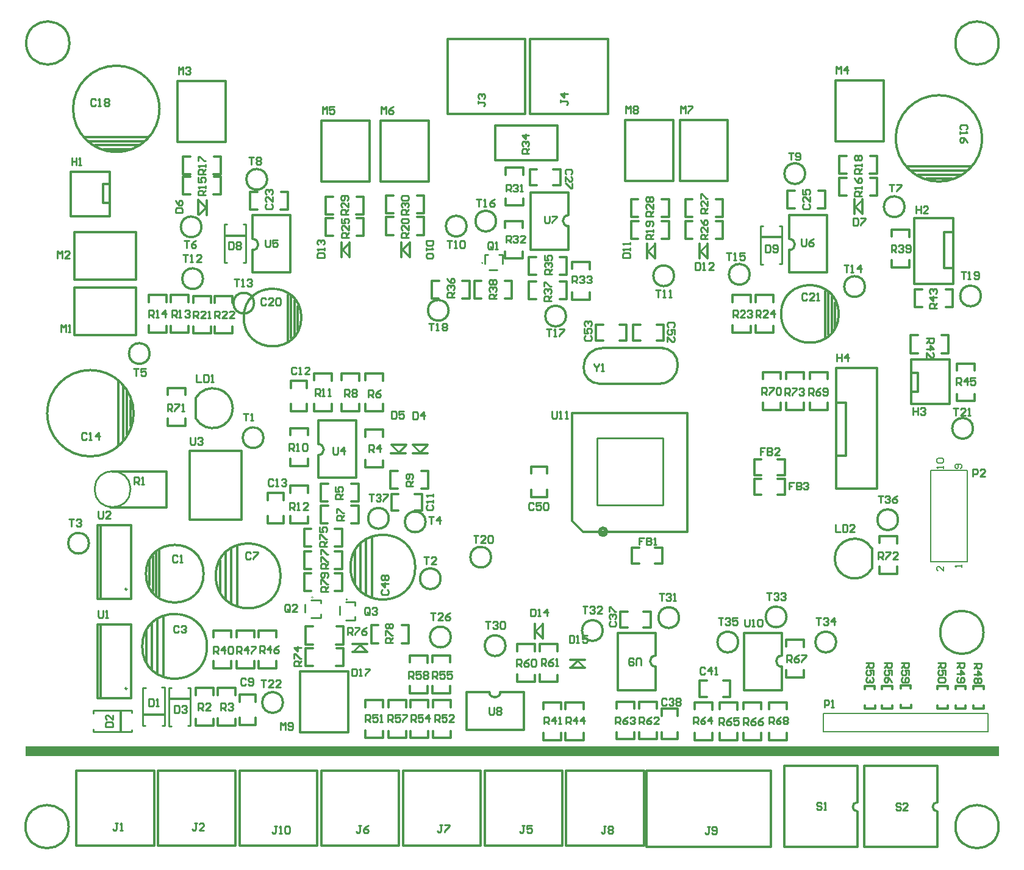
<source format=gto>
%FSLAX24Y24*%
%MOIN*%
G70*
G01*
G75*
G04 Layer_Color=65535*
%ADD10O,0.0110X0.0866*%
%ADD11R,0.0110X0.0866*%
%ADD12R,0.0866X0.0110*%
%ADD13R,0.0787X0.0394*%
%ADD14R,0.0472X0.0709*%
%ADD15R,0.0591X0.0472*%
%ADD16R,0.0512X0.0433*%
%ADD17R,0.0591X0.0433*%
%ADD18R,0.0472X0.0906*%
%ADD19R,0.1575X0.0866*%
%ADD20R,0.2165X0.1772*%
%ADD21R,0.0236X0.0591*%
%ADD22O,0.0236X0.0591*%
%ADD23R,0.0433X0.0591*%
%ADD24O,0.0236X0.0787*%
%ADD25R,0.0236X0.0787*%
%ADD26R,0.0591X0.0787*%
%ADD27R,0.0787X0.0591*%
%ADD28R,0.0709X0.0472*%
%ADD29O,0.0591X0.0236*%
%ADD30R,0.0591X0.0236*%
%ADD31R,0.1772X0.2165*%
%ADD32R,0.0394X0.0787*%
%ADD33R,0.0787X0.1575*%
%ADD34R,0.0472X0.0591*%
%ADD35R,0.0433X0.0512*%
%ADD36R,0.0787X0.0236*%
%ADD37O,0.0787X0.0236*%
%ADD38R,0.0315X0.0335*%
%ADD39C,0.0157*%
%ADD40C,0.0098*%
%ADD41C,0.0394*%
%ADD42C,0.0079*%
%ADD43C,0.0197*%
%ADD44C,0.0236*%
%ADD45C,0.0118*%
%ADD46C,0.0138*%
%ADD47C,0.0100*%
%ADD48R,0.1339X0.1063*%
%ADD49R,0.3071X0.1772*%
%ADD50R,0.1299X0.1535*%
%ADD51R,0.1575X0.1417*%
%ADD52R,0.0193X0.0151*%
%ADD53R,0.1116X0.0604*%
%ADD54R,0.1063X0.0906*%
%ADD55R,0.0512X0.0157*%
%ADD56C,0.1181*%
%ADD57C,0.0600*%
%ADD58C,0.0709*%
%ADD59C,0.0787*%
%ADD60R,0.0787X0.0787*%
%ADD61R,0.1181X0.0669*%
%ADD62O,0.1181X0.0669*%
%ADD63C,0.0591*%
%ADD64R,0.0591X0.0591*%
%ADD65R,0.0984X0.0984*%
%ADD66C,0.0984*%
%ADD67R,0.0472X0.0984*%
%ADD68O,0.0472X0.0984*%
%ADD69C,0.0669*%
%ADD70R,0.0669X0.0669*%
%ADD71R,0.0591X0.0591*%
%ADD72R,0.0787X0.0787*%
%ADD73C,0.0500*%
%ADD74C,0.0787*%
%ADD75R,0.4213X0.3504*%
%ADD76R,0.7165X0.3189*%
%ADD77R,0.1732X0.1811*%
%ADD78R,0.2795X0.6811*%
%ADD79C,0.0039*%
%ADD80C,0.0102*%
%ADD81C,0.0080*%
%ADD82R,5.3228X0.0551*%
D40*
X5547Y8760D02*
G03*
X5547Y8760I-49J0D01*
G01*
Y14193D02*
G03*
X5547Y14193I-49J0D01*
G01*
D42*
X51484Y15681D02*
Y20681D01*
X49484Y15681D02*
Y20681D01*
Y15681D02*
X51484D01*
X49484Y20681D02*
X51484D01*
X52594Y6390D02*
Y7390D01*
X43594Y6390D02*
X52594D01*
X43594D02*
Y7390D01*
X52594D01*
D43*
X31756Y17336D02*
G03*
X31756Y17336I-194J0D01*
G01*
D45*
X53185Y44075D02*
G03*
X53185Y44075I-1181J0D01*
G01*
X52358Y11831D02*
G03*
X52358Y11831I-1181J0D01*
G01*
X2397Y44075D02*
G03*
X2397Y44075I-1181J0D01*
G01*
X2358Y1201D02*
G03*
X2358Y1201I-1181J0D01*
G01*
X53185D02*
G03*
X53185Y1201I-1181J0D01*
G01*
X22690Y14764D02*
G03*
X22690Y14764I-567J0D01*
G01*
X21863Y17874D02*
G03*
X21863Y17874I-567J0D01*
G01*
X39580Y31417D02*
G03*
X39580Y31417I-567J0D01*
G01*
X7323Y40472D02*
G03*
X7323Y40472I-2362J0D01*
G01*
X41326Y10555D02*
G03*
X41326Y9955I0J-300D01*
G01*
X9292Y23549D02*
G03*
X9292Y24640I944J545D01*
G01*
X46259Y16411D02*
G03*
X46259Y15321I-944J-545D01*
G01*
X45465Y2533D02*
G03*
X45465Y2033I0J-250D01*
G01*
X9921Y11063D02*
G03*
X9921Y11063I-1772J0D01*
G01*
X9730Y15039D02*
G03*
X9730Y15039I-1575J0D01*
G01*
X13937Y14921D02*
G03*
X13937Y14921I-1772J0D01*
G01*
X5906Y23819D02*
G03*
X5906Y23819I-2362J0D01*
G01*
X49835Y2533D02*
G03*
X49835Y2033I0J-250D01*
G01*
X52283Y38858D02*
G03*
X52283Y38858I-2362J0D01*
G01*
X12415Y32752D02*
G03*
X12415Y33352I0J300D01*
G01*
X41745Y32752D02*
G03*
X41745Y33352I0J300D01*
G01*
X29672Y34650D02*
G03*
X29672Y34050I0J-300D01*
G01*
X15073Y29055D02*
G03*
X15073Y29055I-1575J0D01*
G01*
X44443Y29252D02*
G03*
X44443Y29252I-1575J0D01*
G01*
X25350Y8570D02*
G03*
X25950Y8570I300J0D01*
G01*
X34436Y10555D02*
G03*
X34436Y9955I0J-300D01*
G01*
X21299Y15394D02*
G03*
X21299Y15394I-1772J0D01*
G01*
X15997Y21531D02*
G03*
X15997Y22131I0J300D01*
G01*
X31610Y27390D02*
G03*
X30497Y26321I-73J-1037D01*
G01*
X30497Y26357D02*
G03*
X31407Y25427I883J-46D01*
G01*
X34576Y25425D02*
G03*
X35650Y26457I71J1001D01*
G01*
D02*
G03*
X34726Y27390I-896J37D01*
G01*
X3463Y16708D02*
G03*
X3463Y16708I-567J0D01*
G01*
X13005Y22480D02*
G03*
X13005Y22480I-567J0D01*
G01*
X9698Y31181D02*
G03*
X9698Y31181I-567J0D01*
G01*
X12493Y29843D02*
G03*
X12493Y29843I-567J0D01*
G01*
X26233Y11102D02*
G03*
X26233Y11102I-567J0D01*
G01*
X23241Y11575D02*
G03*
X23241Y11575I-567J0D01*
G01*
X52217Y30236D02*
G03*
X52217Y30236I-567J0D01*
G01*
X38950Y11299D02*
G03*
X38950Y11299I-567J0D01*
G01*
X44304D02*
G03*
X44304Y11299I-567J0D01*
G01*
X41588Y12677D02*
G03*
X41588Y12677I-567J0D01*
G01*
X31548Y11929D02*
G03*
X31548Y11929I-567J0D01*
G01*
X35721Y12638D02*
G03*
X35721Y12638I-567J0D01*
G01*
X19855Y18071D02*
G03*
X19855Y18071I-567J0D01*
G01*
X47690Y17992D02*
G03*
X47690Y17992I-567J0D01*
G01*
X23123Y29449D02*
G03*
X23123Y29449I-567J0D01*
G01*
X29540Y29134D02*
G03*
X29540Y29134I-567J0D01*
G01*
X25721Y34331D02*
G03*
X25721Y34331I-567J0D01*
G01*
X14068Y7992D02*
G03*
X14068Y7992I-567J0D01*
G01*
X51784Y22992D02*
G03*
X51784Y22992I-567J0D01*
G01*
X25446Y15945D02*
G03*
X25446Y15945I-567J0D01*
G01*
X45879Y30748D02*
G03*
X45879Y30748I-567J0D01*
G01*
X9619Y34016D02*
G03*
X9619Y34016I-567J0D01*
G01*
X48044Y35118D02*
G03*
X48044Y35118I-567J0D01*
G01*
X24107Y34055D02*
G03*
X24107Y34055I-567J0D01*
G01*
X35446Y31339D02*
G03*
X35446Y31339I-567J0D01*
G01*
X13202Y36614D02*
G03*
X13202Y36614I-567J0D01*
G01*
X6784Y27087D02*
G03*
X6784Y27087I-567J0D01*
G01*
X42611Y36929D02*
G03*
X42611Y36929I-567J0D01*
G01*
X30475Y17339D02*
X36185D01*
Y23839D01*
X29875D02*
X36185D01*
X29875Y17939D02*
Y23839D01*
Y17939D02*
X30475Y17339D01*
X21165Y21640D02*
X21965D01*
X21175Y22090D02*
X21975D01*
X19984Y21640D02*
X20784D01*
X19994Y22090D02*
X20794D01*
X18891Y11242D02*
Y12212D01*
X20951Y11242D02*
Y12212D01*
X20571Y11242D02*
X20951D01*
X20571Y12212D02*
X20951D01*
X18891Y11242D02*
X19271D01*
X18891Y12212D02*
X19281D01*
X15230Y14077D02*
Y15047D01*
X17290Y14077D02*
Y15047D01*
X16910Y14077D02*
X17290D01*
X16910Y15047D02*
X17290D01*
X15230Y14077D02*
X15610D01*
X15230Y15047D02*
X15620D01*
X17878Y11194D02*
X18678D01*
X17868Y10744D02*
X18668D01*
X3801Y38482D02*
X6201D01*
X4271Y38262D02*
X5681D01*
X3441Y38692D02*
X6501D01*
X3231Y38942D02*
X6741D01*
X14491Y25594D02*
X15361D01*
X14491Y23924D02*
X15361D01*
X14491D02*
Y24314D01*
X15361Y23924D02*
Y24314D01*
X14491Y25204D02*
Y25594D01*
X15361Y25204D02*
Y25594D01*
X13221Y17792D02*
X14091D01*
X13221Y19462D02*
X14091D01*
Y19072D02*
Y19462D01*
X13221Y19072D02*
Y19462D01*
X14091Y17792D02*
Y18182D01*
X13221Y17792D02*
Y18182D01*
X3932Y8250D02*
X3942Y8240D01*
X4094Y8260D02*
Y12270D01*
X3938Y8240D02*
X5778D01*
X3932Y12270D02*
X5778D01*
Y8240D02*
Y12270D01*
X3938Y8240D02*
X3942D01*
X3932Y8250D02*
Y12270D01*
Y13683D02*
X3942Y13673D01*
X4094Y13693D02*
Y17703D01*
X3938Y13673D02*
X5778D01*
X3932Y17703D02*
X5778D01*
Y13673D02*
Y17703D01*
X3938Y13673D02*
X3942D01*
X3932Y13683D02*
Y17703D01*
X8979Y21744D02*
X11799D01*
Y17984D02*
Y21744D01*
X8979Y17984D02*
X11799D01*
X8979D02*
Y21744D01*
X32765Y36524D02*
Y39874D01*
Y36524D02*
X35395D01*
Y39874D01*
X32765D02*
X35395D01*
X16177Y36485D02*
Y39835D01*
Y36485D02*
X18807D01*
Y39835D01*
X16177D02*
X18807D01*
X19405Y36485D02*
Y39835D01*
Y36485D02*
X22035D01*
Y39835D01*
X19405D02*
X22035D01*
X35757Y36524D02*
Y39874D01*
Y36524D02*
X38387D01*
Y39874D01*
X35757D02*
X38387D01*
X8316Y38650D02*
Y42000D01*
Y38650D02*
X10946D01*
Y42000D01*
X8316D02*
X10946D01*
X44261Y38689D02*
Y42039D01*
Y38689D02*
X46891D01*
Y42039D01*
X44261D02*
X46891D01*
X2483Y34577D02*
Y37027D01*
X4603D01*
Y34577D02*
Y37027D01*
X2483Y34577D02*
X4603D01*
X4233Y35327D02*
X4603D01*
X4233D02*
Y35337D01*
Y36187D01*
Y36347D01*
X4593D01*
X36847Y8310D02*
Y9180D01*
X38517Y8310D02*
Y9180D01*
X38127Y8310D02*
X38517D01*
X38127Y9180D02*
X38517D01*
X36847Y8310D02*
X37237D01*
X36847Y9180D02*
X37237D01*
X39256Y11793D02*
X41326D01*
X39256Y8653D02*
Y11793D01*
Y8653D02*
X41326D01*
Y9955D01*
Y10555D02*
Y11793D01*
X9296Y23542D02*
Y24640D01*
X46255Y15321D02*
Y16418D01*
X44294Y26302D02*
X46544D01*
Y19692D02*
Y26302D01*
X44294Y19692D02*
Y26302D01*
Y19692D02*
X46544D01*
X44294Y24402D02*
X44854D01*
Y21502D02*
Y24402D01*
X44294Y21502D02*
X44854D01*
X2781Y4264D02*
X7021D01*
X2781Y154D02*
Y4264D01*
Y154D02*
X7021D01*
Y4264D01*
X7243D02*
X11483D01*
X7243Y154D02*
Y4264D01*
Y154D02*
X11483D01*
Y4264D01*
X23057Y44303D02*
X27297D01*
X23057Y40193D02*
Y44303D01*
Y40193D02*
X27297D01*
Y44303D01*
X27584D02*
X31824D01*
X27584Y40193D02*
Y44303D01*
Y40193D02*
X31824D01*
Y44303D01*
X16167Y4264D02*
X20407D01*
X16167Y154D02*
Y4264D01*
Y154D02*
X20407D01*
Y4264D01*
X20629D02*
X24869D01*
X20629Y154D02*
Y4264D01*
Y154D02*
X24869D01*
Y4264D01*
X25091D02*
X29331D01*
X25091Y154D02*
Y4264D01*
Y154D02*
X29331D01*
Y4264D01*
X11705D02*
X15945D01*
X11705Y154D02*
Y4264D01*
Y154D02*
X15945D01*
Y4264D01*
X29553D02*
X33793D01*
X29553Y154D02*
Y4264D01*
Y154D02*
X33793D01*
Y4264D01*
X33942Y85D02*
X40742D01*
X33942D02*
Y4275D01*
X40742D01*
Y85D02*
Y4275D01*
X45465Y2533D02*
Y4533D01*
Y93D02*
Y2033D01*
X41465Y93D02*
X45465D01*
X41465D02*
Y4533D01*
X45465D01*
X5189Y6388D02*
Y7528D01*
X6428Y7331D02*
X7568D01*
X7865Y8181D02*
X9005D01*
X9313Y8786D02*
X10283D01*
X9313Y6726D02*
X10283D01*
X9313D02*
Y7106D01*
X10283Y6726D02*
Y7106D01*
X9313Y8406D02*
Y8786D01*
X10283Y8396D02*
Y8786D01*
X10504Y6726D02*
X11474D01*
X10504Y8786D02*
X11474D01*
Y8406D02*
Y8786D01*
X10504Y8406D02*
Y8786D01*
X11474Y6726D02*
Y7106D01*
X10504Y6726D02*
Y7116D01*
X6910Y9823D02*
Y12313D01*
X6620Y10203D02*
Y11913D01*
X7550Y9423D02*
Y12713D01*
X7220Y9563D02*
Y12563D01*
X6960Y14089D02*
Y15989D01*
X7140Y13879D02*
Y16179D01*
X6770Y14419D02*
Y15749D01*
X7310Y13789D02*
Y16299D01*
X10925Y13681D02*
Y16171D01*
X10635Y14061D02*
Y15771D01*
X11565Y13281D02*
Y16571D01*
X11235Y13421D02*
Y16421D01*
X12566Y8038D02*
Y8428D01*
X11696Y8038D02*
Y8428D01*
X12566Y6758D02*
Y7148D01*
X11696Y6758D02*
Y7148D01*
Y6758D02*
X12566D01*
X11696Y8428D02*
X12566D01*
X2685Y28080D02*
Y30710D01*
X6035D01*
Y28080D02*
Y30710D01*
X2685Y28080D02*
X6035D01*
X5533Y22659D02*
Y25059D01*
X5753Y23129D02*
Y24539D01*
X5323Y22299D02*
Y25359D01*
X5073Y22089D02*
Y25599D01*
X45835Y4533D02*
X49835D01*
X45835Y93D02*
Y4533D01*
Y93D02*
X49835D01*
Y2033D01*
Y2533D02*
Y4533D01*
X48761Y36868D02*
X51161D01*
X49231Y36648D02*
X50641D01*
X48401Y37078D02*
X51461D01*
X48191Y37328D02*
X51701D01*
X2685Y31112D02*
Y33742D01*
X6035D01*
Y31112D02*
Y33742D01*
X2685Y31112D02*
X6035D01*
X12415Y31514D02*
Y32752D01*
Y33352D02*
Y34654D01*
X14485D01*
Y31514D02*
Y34654D01*
X12415Y31514D02*
X14485D01*
X41745D02*
Y32752D01*
Y33352D02*
Y34654D01*
X43815D01*
Y31514D02*
Y34654D01*
X41745Y31514D02*
X43815D01*
X10676Y36882D02*
Y37852D01*
X8616Y36882D02*
Y37852D01*
X8996D01*
X8616Y36882D02*
X8996D01*
X10296Y37852D02*
X10676D01*
X10286Y36882D02*
X10676D01*
Y35780D02*
Y36750D01*
X8616Y35780D02*
Y36750D01*
X8996D01*
X8616Y35780D02*
X8996D01*
X10296Y36750D02*
X10676D01*
X10286Y35780D02*
X10676D01*
X9895Y34669D02*
Y35469D01*
X9445Y34679D02*
Y35479D01*
X18471Y34677D02*
Y35647D01*
X16411Y34677D02*
Y35647D01*
X16791D01*
X16411Y34677D02*
X16791D01*
X18091Y35647D02*
X18471D01*
X18081Y34677D02*
X18471D01*
X21778Y34756D02*
Y35726D01*
X19718Y34756D02*
Y35726D01*
X20098D01*
X19718Y34756D02*
X20098D01*
X21398Y35726D02*
X21778D01*
X21388Y34756D02*
X21778D01*
X16411Y33526D02*
Y34496D01*
X18471Y33526D02*
Y34496D01*
X18091Y33526D02*
X18471D01*
X18091Y34496D02*
X18471D01*
X16411Y33526D02*
X16791D01*
X16411Y34496D02*
X16801D01*
X21778Y33575D02*
Y34545D01*
X19718Y33575D02*
Y34545D01*
X20098D01*
X19718Y33575D02*
X20098D01*
X21398Y34545D02*
X21778D01*
X21388Y33575D02*
X21778D01*
X17270Y32366D02*
Y33166D01*
X17720Y32356D02*
Y33156D01*
X20538Y32366D02*
Y33166D01*
X20988Y32356D02*
Y33156D01*
X33963Y32287D02*
Y33087D01*
X34413Y32277D02*
Y33077D01*
X36837Y32287D02*
Y33087D01*
X37287Y32277D02*
Y33077D01*
X33104Y33368D02*
Y34338D01*
X35164Y33368D02*
Y34338D01*
X34784Y33368D02*
X35164D01*
X34784Y34338D02*
X35164D01*
X33104Y33368D02*
X33484D01*
X33104Y34338D02*
X33494D01*
X38117Y34559D02*
Y35529D01*
X36057Y34559D02*
Y35529D01*
X36437D01*
X36057Y34559D02*
X36437D01*
X37737Y35529D02*
X38117D01*
X37727Y34559D02*
X38117D01*
X35164D02*
Y35529D01*
X33104Y34559D02*
Y35529D01*
X33484D01*
X33104Y34559D02*
X33484D01*
X34784Y35529D02*
X35164D01*
X34774Y34559D02*
X35164D01*
X36057Y33368D02*
Y34338D01*
X38117Y33368D02*
Y34338D01*
X37737Y33368D02*
X38117D01*
X37737Y34338D02*
X38117D01*
X36057Y33368D02*
X36437D01*
X36057Y34338D02*
X36447D01*
X46542Y36922D02*
Y37892D01*
X44482Y36922D02*
Y37892D01*
X44862D01*
X44482Y36922D02*
X44862D01*
X46162Y37892D02*
X46542D01*
X46152Y36922D02*
X46542D01*
X44482Y35730D02*
Y36700D01*
X46542Y35730D02*
Y36700D01*
X46162Y35730D02*
X46542D01*
X46162Y36700D02*
X46542D01*
X44482Y35730D02*
X44862D01*
X44482Y36700D02*
X44872D01*
X45302Y34728D02*
Y35528D01*
X45752Y34718D02*
Y35518D01*
X4734Y20630D02*
X7704D01*
Y18676D02*
Y20630D01*
X4638Y18676D02*
X7704D01*
X29082Y37672D02*
Y39572D01*
X25672Y37672D02*
X29082D01*
X25672D02*
Y39572D01*
X29082D01*
X26242Y37250D02*
X27212D01*
X26242Y35190D02*
X27212D01*
X26242D02*
Y35570D01*
X27212Y35190D02*
Y35570D01*
X26242Y36870D02*
Y37250D01*
X27212Y36860D02*
Y37250D01*
X27556Y37172D02*
X27946D01*
X27556Y36302D02*
X27946D01*
X28836Y37172D02*
X29226D01*
X28836Y36302D02*
X29226D01*
Y37172D01*
X27556Y36302D02*
Y37172D01*
X29672Y34650D02*
Y35887D01*
Y32747D02*
Y34050D01*
X27602Y32747D02*
X29672D01*
X27602D02*
Y35887D01*
X29672D01*
X14694Y28105D02*
Y30005D01*
X14514Y27915D02*
Y30215D01*
X14884Y28345D02*
Y29675D01*
X14344Y27795D02*
Y30305D01*
X10897Y33535D02*
X12037D01*
X14337Y34953D02*
Y35923D01*
X12277Y34953D02*
Y35923D01*
X12657D01*
X12277Y34953D02*
X12657D01*
X13957Y35923D02*
X14337D01*
X13947Y34953D02*
X14337D01*
X9166Y28183D02*
X10136D01*
X9166Y30243D02*
X10136D01*
Y29863D02*
Y30243D01*
X9166Y29863D02*
Y30243D01*
X10136Y28183D02*
Y28563D01*
X9166Y28183D02*
Y28573D01*
X10347Y28183D02*
X11317D01*
X10347Y30243D02*
X11317D01*
Y29863D02*
Y30243D01*
X10347Y29863D02*
Y30243D01*
X11317Y28183D02*
Y28563D01*
X10347Y28183D02*
Y28573D01*
X44064Y28302D02*
Y30202D01*
X43884Y28112D02*
Y30412D01*
X44254Y28542D02*
Y29872D01*
X43714Y27992D02*
Y30502D01*
X43707Y35032D02*
Y36002D01*
X41647Y35032D02*
Y36002D01*
X42027D01*
X41647Y35032D02*
X42027D01*
X43327Y36002D02*
X43707D01*
X43317Y35032D02*
X43707D01*
X40188Y33456D02*
X41328D01*
X39914Y28222D02*
X40884D01*
X39914Y30282D02*
X40884D01*
Y29902D02*
Y30282D01*
X39914Y29902D02*
Y30282D01*
X40884Y28222D02*
Y28602D01*
X39914Y28222D02*
Y28612D01*
X38654Y28222D02*
X39624D01*
X38654Y30282D02*
X39624D01*
Y29902D02*
Y30282D01*
X38654Y29902D02*
Y30282D01*
X39624Y28222D02*
Y28602D01*
X38654Y28222D02*
Y28612D01*
X6725Y28222D02*
X7695D01*
X6725Y30282D02*
X7695D01*
Y29902D02*
Y30282D01*
X6725Y29902D02*
Y30282D01*
X7695Y28222D02*
Y28602D01*
X6725Y28222D02*
Y28612D01*
X7935Y30282D02*
X8905D01*
X7935Y28222D02*
X8905D01*
X7935D02*
Y28602D01*
X8905Y28222D02*
Y28602D01*
X7935Y29902D02*
Y30282D01*
X8905Y29892D02*
Y30282D01*
X26203Y34337D02*
X27173D01*
X26203Y32277D02*
X27173D01*
X26203D02*
Y32657D01*
X27173Y32277D02*
Y32657D01*
X26203Y33957D02*
Y34337D01*
X27173Y33947D02*
Y34337D01*
X27513Y31400D02*
Y32370D01*
X29573Y31400D02*
Y32370D01*
X29193Y31400D02*
X29573D01*
X29193Y32370D02*
X29573D01*
X27513Y31400D02*
X27893D01*
X27513Y32370D02*
X27903D01*
X27513Y30061D02*
Y31031D01*
X29573Y30061D02*
Y31031D01*
X29193Y30061D02*
X29573D01*
X29193Y31031D02*
X29573D01*
X27513Y30061D02*
X27893D01*
X27513Y31031D02*
X27903D01*
X29864Y32093D02*
X30834D01*
X29864Y30033D02*
X30834D01*
X29864D02*
Y30413D01*
X30834Y30033D02*
Y30413D01*
X29864Y31713D02*
Y32093D01*
X30834Y31703D02*
Y32093D01*
X24521Y30101D02*
Y31071D01*
X26581Y30101D02*
Y31071D01*
X26201Y30101D02*
X26581D01*
X26201Y31071D02*
X26581D01*
X24521Y30101D02*
X24901D01*
X24521Y31071D02*
X24911D01*
X22198Y30101D02*
Y31071D01*
X24258Y30101D02*
Y31071D01*
X23878Y30101D02*
X24258D01*
X23878Y31071D02*
X24258D01*
X22198Y30101D02*
X22578D01*
X22198Y31071D02*
X22588D01*
X48399Y24992D02*
X48759D01*
Y25152D01*
Y26002D01*
Y26012D01*
X48389D02*
X48759D01*
X48389Y26762D02*
X50509D01*
X48389Y24312D02*
Y26762D01*
Y24312D02*
X50509D01*
Y26762D01*
X48379Y27108D02*
Y28078D01*
X50439Y27108D02*
Y28078D01*
X50059Y27108D02*
X50439D01*
X50059Y28078D02*
X50439D01*
X48379Y27108D02*
X48759D01*
X48379Y28078D02*
X48769D01*
X50888Y26542D02*
X51858D01*
X50888Y24482D02*
X51858D01*
X50888D02*
Y24862D01*
X51858Y24482D02*
Y24862D01*
X50888Y26162D02*
Y26542D01*
X51858Y26152D02*
Y26542D01*
X10268Y9876D02*
X11238D01*
X10268Y11936D02*
X11238D01*
Y11556D02*
Y11936D01*
X10268Y11556D02*
Y11936D01*
X11238Y9876D02*
Y10256D01*
X10268Y9876D02*
Y10266D01*
X11528Y9876D02*
X12498D01*
X11528Y11936D02*
X12498D01*
Y11556D02*
Y11936D01*
X11528Y11556D02*
Y11936D01*
X12498Y9876D02*
Y10256D01*
X11528Y9876D02*
Y10266D01*
X12738Y11936D02*
X13708D01*
X12738Y9876D02*
X13708D01*
X12738D02*
Y10256D01*
X13708Y9876D02*
Y10256D01*
X12738Y11556D02*
Y11936D01*
X13708Y11546D02*
Y11936D01*
X48616Y29628D02*
Y30598D01*
X50676Y29628D02*
Y30598D01*
X50296Y29628D02*
X50676D01*
X50296Y30598D02*
X50676D01*
X48616Y29628D02*
X48996D01*
X48616Y30598D02*
X49006D01*
X47345Y33865D02*
X48315D01*
X47345Y31805D02*
X48315D01*
X47345D02*
Y32185D01*
X48315Y31805D02*
Y32185D01*
X47345Y33485D02*
Y33865D01*
X48315Y33475D02*
Y33865D01*
X48556Y30898D02*
Y34478D01*
X50716D01*
Y30898D02*
Y34478D01*
X48556Y30898D02*
X50716D01*
X50206Y31768D02*
X50716D01*
X50196Y31778D02*
X50206Y31768D01*
X50196Y31778D02*
Y33718D01*
X50206Y33728D01*
X50716D01*
X28300Y5939D02*
X29270D01*
X28300Y7998D02*
X29270D01*
Y7618D02*
Y7998D01*
X28300Y7618D02*
Y7998D01*
X29270Y5939D02*
Y6319D01*
X28300Y5939D02*
Y6328D01*
X29520Y5939D02*
X30490D01*
X29520Y7998D02*
X30490D01*
Y7618D02*
Y7998D01*
X29520Y7618D02*
Y7998D01*
X30490Y5939D02*
Y6319D01*
X29520Y5939D02*
Y6328D01*
X18575Y6057D02*
X19545D01*
X18575Y8117D02*
X19545D01*
Y7737D02*
Y8117D01*
X18575Y7737D02*
Y8117D01*
X19545Y6057D02*
Y6437D01*
X18575Y6057D02*
Y6447D01*
X19825Y8117D02*
X20795D01*
X19825Y6057D02*
X20795D01*
X19825D02*
Y6437D01*
X20795Y6057D02*
Y6437D01*
X19825Y7737D02*
Y8117D01*
X20795Y7727D02*
Y8117D01*
X21045D02*
X22015D01*
X21045Y6057D02*
X22015D01*
X21045D02*
Y6437D01*
X22015Y6057D02*
Y6437D01*
X21045Y7737D02*
Y8117D01*
X22015Y7727D02*
Y8117D01*
X22266D02*
X23236D01*
X22266Y6057D02*
X23236D01*
X22266D02*
Y6437D01*
X23236Y6057D02*
Y6437D01*
X22266Y7737D02*
Y8117D01*
X23236Y7727D02*
Y8117D01*
X24113Y8570D02*
X25350D01*
X25950D02*
X27253D01*
Y6500D02*
Y8570D01*
X24113Y6500D02*
X27253D01*
X24113D02*
Y8570D01*
X21006Y10558D02*
X21976D01*
X21006Y8498D02*
X21976D01*
X21006D02*
Y8878D01*
X21976Y8498D02*
Y8878D01*
X21006Y10178D02*
Y10558D01*
X21976Y10168D02*
Y10558D01*
X22237Y8498D02*
X23207D01*
X22237Y10558D02*
X23207D01*
Y10178D02*
Y10558D01*
X22237Y10178D02*
Y10558D01*
X23207Y8498D02*
Y8878D01*
X22237Y8498D02*
Y8888D01*
X26882Y9127D02*
X27852D01*
X26882Y11187D02*
X27852D01*
Y10807D02*
Y11187D01*
X26882Y10807D02*
Y11187D01*
X27852Y9127D02*
Y9507D01*
X26882Y9127D02*
Y9517D01*
X28103Y9127D02*
X29073D01*
X28103Y11187D02*
X29073D01*
Y10807D02*
Y11187D01*
X28103Y10807D02*
Y11187D01*
X29073Y9127D02*
Y9507D01*
X28103Y9127D02*
Y9517D01*
X27822Y11500D02*
Y12300D01*
X28272Y11490D02*
Y12290D01*
X29767Y10328D02*
X30567D01*
X29757Y9878D02*
X30557D01*
X46807Y7648D02*
X47367D01*
X46807Y8888D02*
X47357D01*
Y8718D02*
Y8888D01*
X46807Y8718D02*
Y8888D01*
X47367Y7648D02*
Y7828D01*
X46807Y7648D02*
Y7828D01*
X49838Y7648D02*
X50398D01*
X49838Y8888D02*
X50388D01*
Y8718D02*
Y8888D01*
X49838Y8718D02*
Y8888D01*
X50398Y7648D02*
Y7828D01*
X49838Y7648D02*
Y7828D01*
X50822Y7648D02*
X51382D01*
X50822Y8888D02*
X51372D01*
Y8718D02*
Y8888D01*
X50822Y8718D02*
Y8888D01*
X51382Y7648D02*
Y7828D01*
X50822Y7648D02*
Y7828D01*
X45862Y7648D02*
X46422D01*
X45862Y8888D02*
X46412D01*
Y8718D02*
Y8888D01*
X45862Y8718D02*
Y8888D01*
X46422Y7648D02*
Y7828D01*
X45862Y7648D02*
Y7828D01*
X51807Y7648D02*
X52367D01*
X51807Y8888D02*
X52357D01*
Y8718D02*
Y8888D01*
X51807Y8718D02*
Y8888D01*
X52367Y7648D02*
Y7828D01*
X51807Y7648D02*
Y7828D01*
X47830Y7687D02*
X48390D01*
X47830Y8927D02*
X48380D01*
Y8757D02*
Y8927D01*
X47830Y8757D02*
Y8927D01*
X48390Y7687D02*
Y7867D01*
X47830Y7687D02*
Y7867D01*
X33526Y8038D02*
X34496D01*
X33526Y5978D02*
X34496D01*
X33526D02*
Y6358D01*
X34496Y5978D02*
Y6358D01*
X33526Y7658D02*
Y8038D01*
X34496Y7648D02*
Y8038D01*
X32315Y5978D02*
X33285D01*
X32315Y8038D02*
X33285D01*
Y7658D02*
Y8038D01*
X32315Y7658D02*
Y8038D01*
X33285Y5978D02*
Y6358D01*
X32315Y5978D02*
Y6368D01*
X34436Y10555D02*
Y11793D01*
Y8653D02*
Y9955D01*
X32366Y8653D02*
X34436D01*
X32366D02*
Y11793D01*
X34436D01*
X33786Y12080D02*
X34176D01*
X33786Y12950D02*
X34176D01*
X32506Y12080D02*
X32896D01*
X32506Y12950D02*
X32896D01*
X32506Y12080D02*
Y12950D01*
X34176Y12080D02*
Y12950D01*
X34757Y5981D02*
Y6371D01*
X35627Y5981D02*
Y6371D01*
X34757Y7261D02*
Y7651D01*
X35627Y7261D02*
Y7651D01*
X34757D02*
X35627D01*
X34757Y5981D02*
X35627D01*
X36557Y7998D02*
X37527D01*
X36557Y5939D02*
X37527D01*
X36557D02*
Y6319D01*
X37527Y5939D02*
Y6319D01*
X36557Y7618D02*
Y7998D01*
X37527Y7609D02*
Y7998D01*
X37935D02*
X38905D01*
X37935Y5939D02*
X38905D01*
X37935D02*
Y6319D01*
X38905Y5939D02*
Y6319D01*
X37935Y7618D02*
Y7998D01*
X38905Y7609D02*
Y7998D01*
X39244Y5939D02*
X40214D01*
X39244Y7998D02*
X40214D01*
Y7618D02*
Y7998D01*
X39244Y7618D02*
Y7998D01*
X40214Y5939D02*
Y6319D01*
X39244Y5939D02*
Y6328D01*
X40622Y5939D02*
X41592D01*
X40622Y7998D02*
X41592D01*
Y7618D02*
Y7998D01*
X40622Y7618D02*
Y7998D01*
X41592Y5939D02*
Y6319D01*
X40622Y5939D02*
Y6328D01*
X41557Y11424D02*
X42527D01*
X41557Y9364D02*
X42527D01*
X41557D02*
Y9744D01*
X42527Y9364D02*
Y9744D01*
X41557Y11044D02*
Y11424D01*
X42527Y11034D02*
Y11424D01*
X14999Y6346D02*
X17629D01*
X14999D02*
Y9696D01*
X17629D01*
Y6346D02*
Y9696D01*
X17369Y11174D02*
Y12144D01*
X15309Y11174D02*
Y12144D01*
X15689D01*
X15309Y11174D02*
X15689D01*
X16989Y12144D02*
X17369D01*
X16979Y11174D02*
X17369D01*
X17369Y9992D02*
Y10962D01*
X15309Y9992D02*
Y10962D01*
X15689D01*
X15309Y9992D02*
X15689D01*
X16989Y10962D02*
X17369D01*
X16979Y9992D02*
X17369D01*
X15230Y15297D02*
Y16267D01*
X17290Y15297D02*
Y16267D01*
X16910Y15297D02*
X17290D01*
X16910Y16267D02*
X17290D01*
X15230Y15297D02*
X15610D01*
X15230Y16267D02*
X15620D01*
X17290Y16528D02*
Y17498D01*
X15230Y16528D02*
Y17498D01*
X15610D01*
X15230Y16528D02*
X15610D01*
X16910Y17498D02*
X17290D01*
X16900Y16528D02*
X17290D01*
X18288Y14154D02*
Y16644D01*
X17998Y14534D02*
Y16244D01*
X18928Y13754D02*
Y17044D01*
X18598Y13894D02*
Y16894D01*
X15770Y25991D02*
X16740D01*
X15770Y23931D02*
X16740D01*
X15770D02*
Y24311D01*
X16740Y23931D02*
Y24311D01*
X15770Y25611D02*
Y25991D01*
X16740Y25601D02*
Y25991D01*
X17266D02*
X18236D01*
X17266Y23931D02*
X18236D01*
X17266D02*
Y24311D01*
X18236Y23931D02*
Y24311D01*
X17266Y25611D02*
Y25991D01*
X18236Y25601D02*
Y25991D01*
X18575Y20860D02*
X19545D01*
X18575Y22920D02*
X19545D01*
Y22540D02*
Y22920D01*
X18575Y22540D02*
Y22920D01*
X19545Y20860D02*
Y21240D01*
X18575Y20860D02*
Y21250D01*
X18565Y25991D02*
X19535D01*
X18565Y23931D02*
X19535D01*
X18565D02*
Y24311D01*
X19535Y23931D02*
Y24311D01*
X18565Y25611D02*
Y25991D01*
X19535Y25601D02*
Y25991D01*
X15997Y20294D02*
Y21531D01*
Y22131D02*
Y23434D01*
X18067D01*
Y20294D02*
Y23434D01*
X15997Y20294D02*
X18067D01*
X16135Y18998D02*
Y19968D01*
X18195Y18998D02*
Y19968D01*
X17815Y18998D02*
X18195D01*
X17815Y19968D02*
X18195D01*
X16135Y18998D02*
X16515D01*
X16135Y19968D02*
X16525D01*
X16135Y17778D02*
Y18748D01*
X18195Y17778D02*
Y18748D01*
X17815Y17778D02*
X18195D01*
X17815Y18748D02*
X18195D01*
X16135Y17778D02*
X16515D01*
X16135Y18748D02*
X16525D01*
X14481Y20938D02*
X15451D01*
X14481Y22998D02*
X15451D01*
Y22619D02*
Y22998D01*
X14481Y22619D02*
Y22998D01*
X15451Y20938D02*
Y21319D01*
X14481Y20938D02*
Y21328D01*
X14481Y17789D02*
X15451D01*
X14481Y19849D02*
X15451D01*
Y19469D02*
Y19849D01*
X14481Y19469D02*
Y19849D01*
X15451Y17789D02*
Y18169D01*
X14481Y17789D02*
Y18179D01*
X22014Y19677D02*
Y20647D01*
X19954Y19677D02*
Y20647D01*
X20334D01*
X19954Y19677D02*
X20334D01*
X21634Y20647D02*
X22014D01*
X21624Y19677D02*
X22014D01*
X19997Y19377D02*
X20387D01*
X19997Y18507D02*
X20387D01*
X21277Y19377D02*
X21667D01*
X21277Y18507D02*
X21667D01*
Y19377D01*
X19997Y18507D02*
Y19377D01*
X7778Y25203D02*
X8748D01*
X7778Y23143D02*
X8748D01*
X7778D02*
Y23523D01*
X8748Y23143D02*
Y23523D01*
X7778Y24823D02*
Y25203D01*
X8748Y24813D02*
Y25203D01*
X46675Y17093D02*
X47645D01*
X46675Y15033D02*
X47645D01*
X46675D02*
Y15413D01*
X47645Y15033D02*
Y15413D01*
X46675Y16713D02*
Y17093D01*
X47645Y16703D02*
Y17093D01*
X41567Y24009D02*
X42537D01*
X41567Y26069D02*
X42537D01*
Y25689D02*
Y26069D01*
X41567Y25689D02*
Y26069D01*
X42537Y24009D02*
Y24389D01*
X41567Y24009D02*
Y24399D01*
X42856Y26069D02*
X43826D01*
X42856Y24009D02*
X43826D01*
X42856D02*
Y24389D01*
X43826Y24009D02*
Y24389D01*
X42856Y25689D02*
Y26069D01*
X43826Y25679D02*
Y26069D01*
X28511Y20519D02*
Y20909D01*
X27641Y20519D02*
Y20909D01*
X28511Y19239D02*
Y19629D01*
X27641Y19239D02*
Y19629D01*
Y19239D02*
X28511D01*
X27641Y20909D02*
X28511D01*
X41109Y20426D02*
X41499D01*
X41109Y21296D02*
X41499D01*
X39829Y20426D02*
X40219D01*
X39829Y21296D02*
X40219D01*
X39829Y20426D02*
Y21296D01*
X41499Y20426D02*
Y21296D01*
X41109Y19363D02*
X41499D01*
X41109Y20233D02*
X41499D01*
X39829Y19363D02*
X40219D01*
X39829Y20233D02*
X40219D01*
X39829Y19363D02*
Y20233D01*
X41499Y19363D02*
Y20233D01*
X34416Y15584D02*
X34806D01*
X34416Y16454D02*
X34806D01*
X33136Y15584D02*
X33526D01*
X33136Y16454D02*
X33526D01*
X33136Y15584D02*
Y16454D01*
X34806Y15584D02*
Y16454D01*
X40297Y26069D02*
X41267D01*
X40297Y24009D02*
X41267D01*
X40297D02*
Y24389D01*
X41267Y24009D02*
Y24389D01*
X40297Y25689D02*
Y26069D01*
X41267Y25679D02*
Y26069D01*
X31521Y27390D02*
X34825D01*
X31380Y25427D02*
X34700D01*
X34495Y27788D02*
X34885D01*
X34495Y28658D02*
X34885D01*
X33215Y27788D02*
X33605D01*
X33215Y28658D02*
X33605D01*
X33215Y27788D02*
Y28658D01*
X34885Y27788D02*
Y28658D01*
X31178Y28668D02*
X31568D01*
X31178Y27798D02*
X31568D01*
X32458Y28668D02*
X32848D01*
X32458Y27798D02*
X32848D01*
Y28668D01*
X31178Y27798D02*
Y28668D01*
D47*
X5740Y19666D02*
G03*
X5740Y19662I-984J-4D01*
G01*
X31225Y18809D02*
Y22449D01*
X34825D01*
Y18809D02*
Y22449D01*
X31225Y18809D02*
X34825D01*
X21175Y22080D02*
Y22090D01*
Y22080D02*
X21585Y21670D01*
Y21700D01*
X21975Y22090D01*
X19994Y22080D02*
Y22090D01*
Y22080D02*
X20404Y21670D01*
Y21700D01*
X20794Y22090D01*
X18668Y10744D02*
Y10754D01*
X18258Y11164D02*
X18668Y10754D01*
X18258Y11134D02*
Y11164D01*
X17868Y10744D02*
X18258Y11134D01*
X3699Y7408D02*
Y7548D01*
X3719Y6378D02*
Y6518D01*
X5799Y7419D02*
Y7548D01*
Y6378D02*
Y6508D01*
X3719Y6378D02*
X5799D01*
X3699Y7548D02*
X5799D01*
X7448Y8821D02*
X7588D01*
X6418Y8801D02*
X6558D01*
X7458Y6721D02*
X7588D01*
X6418D02*
X6548D01*
X6418D02*
Y8801D01*
X7588Y6721D02*
Y8821D01*
X7845Y6691D02*
X7985D01*
X8875Y6711D02*
X9015D01*
X7845Y8791D02*
X7975D01*
X8885D02*
X9015D01*
Y6711D02*
Y8791D01*
X7845Y6691D02*
Y8791D01*
X9445Y34679D02*
X9455D01*
X9865Y35089D01*
X9835D02*
X9865D01*
X9445Y35479D02*
X9835Y35089D01*
X17710Y33156D02*
X17720D01*
X17300Y32746D02*
X17710Y33156D01*
X17300Y32746D02*
X17330D01*
X17720Y32356D01*
X20978Y33156D02*
X20988D01*
X20568Y32746D02*
X20978Y33156D01*
X20568Y32746D02*
X20598D01*
X20988Y32356D01*
X34403Y33077D02*
X34413D01*
X33993Y32667D02*
X34403Y33077D01*
X33993Y32667D02*
X34023D01*
X34413Y32277D01*
X37277Y33077D02*
X37287D01*
X36867Y32667D02*
X37277Y33077D01*
X36867Y32667D02*
X36897D01*
X37287Y32277D01*
X45742Y35518D02*
X45752D01*
X45332Y35108D02*
X45742Y35518D01*
X45332Y35108D02*
X45362D01*
X45752Y34718D01*
X10877Y32045D02*
X11017D01*
X11907Y32065D02*
X12047D01*
X10877Y34145D02*
X11007D01*
X11917D02*
X12047D01*
Y32065D02*
Y34145D01*
X10877Y32045D02*
Y34145D01*
X40168Y31967D02*
X40308D01*
X41198Y31986D02*
X41338D01*
X40168Y34067D02*
X40298D01*
X41208D02*
X41338D01*
Y31986D02*
Y34067D01*
X40168Y31967D02*
Y34067D01*
X28261Y12290D02*
X28272D01*
X27852Y11880D02*
X28261Y12290D01*
X27852Y11880D02*
X27882D01*
X28272Y11490D01*
X30557Y9878D02*
Y9888D01*
X30147Y10298D02*
X30557Y9888D01*
X30147Y10268D02*
Y10298D01*
X29757Y9878D02*
X30147Y10268D01*
X21772Y15945D02*
X22034D01*
X21903D01*
Y15551D01*
X22428D02*
X22165D01*
X22428Y15814D01*
Y15879D01*
X22362Y15945D01*
X22231D01*
X22165Y15879D01*
X22047Y18149D02*
X22310D01*
X22178D01*
Y17756D01*
X22638D02*
Y18149D01*
X22441Y17953D01*
X22703D01*
X28780Y23937D02*
Y23609D01*
X28845Y23543D01*
X28976D01*
X29042Y23609D01*
Y23937D01*
X29173Y23543D02*
X29304D01*
X29239D01*
Y23937D01*
X29173Y23871D01*
X29501Y23543D02*
X29632D01*
X29567D01*
Y23937D01*
X29501Y23871D01*
X38307Y32598D02*
X38569D01*
X38438D01*
Y32205D01*
X38701D02*
X38832D01*
X38766D01*
Y32598D01*
X38701Y32533D01*
X39291Y32598D02*
X39029D01*
Y32402D01*
X39160Y32467D01*
X39225D01*
X39291Y32402D01*
Y32270D01*
X39225Y32205D01*
X39094D01*
X39029Y32270D01*
X21181Y23898D02*
Y23504D01*
X21378D01*
X21443Y23570D01*
Y23832D01*
X21378Y23898D01*
X21181D01*
X21771Y23504D02*
Y23898D01*
X21575Y23701D01*
X21837D01*
X20000Y23937D02*
Y23543D01*
X20197D01*
X20262Y23609D01*
Y23871D01*
X20197Y23937D01*
X20000D01*
X20656D02*
X20394D01*
Y23740D01*
X20525Y23806D01*
X20590D01*
X20656Y23740D01*
Y23609D01*
X20590Y23543D01*
X20459D01*
X20394Y23609D01*
X20079Y11260D02*
X19685D01*
Y11457D01*
X19751Y11522D01*
X19882D01*
X19948Y11457D01*
Y11260D01*
Y11391D02*
X20079Y11522D01*
X19685Y11653D02*
Y11916D01*
X19751D01*
X20013Y11653D01*
X20079D01*
X19751Y12047D02*
X19685Y12113D01*
Y12244D01*
X19751Y12309D01*
X19816D01*
X19882Y12244D01*
X19948Y12309D01*
X20013D01*
X20079Y12244D01*
Y12113D01*
X20013Y12047D01*
X19948D01*
X19882Y12113D01*
X19816Y12047D01*
X19751D01*
X19882Y12113D02*
Y12244D01*
X16535Y14055D02*
X16142D01*
Y14252D01*
X16207Y14318D01*
X16339D01*
X16404Y14252D01*
Y14055D01*
Y14186D02*
X16535Y14318D01*
X16142Y14449D02*
Y14711D01*
X16207D01*
X16470Y14449D01*
X16535D01*
X16470Y14842D02*
X16535Y14908D01*
Y15039D01*
X16470Y15105D01*
X16207D01*
X16142Y15039D01*
Y14908D01*
X16207Y14842D01*
X16273D01*
X16339Y14908D01*
Y15105D01*
X17835Y9842D02*
Y9449D01*
X18031D01*
X18097Y9514D01*
Y9777D01*
X18031Y9842D01*
X17835D01*
X18228Y9449D02*
X18359D01*
X18294D01*
Y9842D01*
X18228Y9777D01*
X18556Y9842D02*
X18819D01*
Y9777D01*
X18556Y9514D01*
Y9449D01*
X18806Y12861D02*
Y13123D01*
X18740Y13189D01*
X18609D01*
X18543Y13123D01*
Y12861D01*
X18609Y12795D01*
X18740D01*
X18674Y12926D02*
X18806Y12795D01*
X18740D02*
X18806Y12861D01*
X18937Y13123D02*
X19002Y13189D01*
X19134D01*
X19199Y13123D01*
Y13058D01*
X19134Y12992D01*
X19068D01*
X19134D01*
X19199Y12926D01*
Y12861D01*
X19134Y12795D01*
X19002D01*
X18937Y12861D01*
X14436Y13018D02*
Y13281D01*
X14370Y13346D01*
X14239D01*
X14173Y13281D01*
Y13018D01*
X14239Y12953D01*
X14370D01*
X14304Y13084D02*
X14436Y12953D01*
X14370D02*
X14436Y13018D01*
X14829Y12953D02*
X14567D01*
X14829Y13215D01*
Y13281D01*
X14764Y13346D01*
X14632D01*
X14567Y13281D01*
X3845Y40958D02*
X3779Y41024D01*
X3648D01*
X3583Y40958D01*
Y40696D01*
X3648Y40630D01*
X3779D01*
X3845Y40696D01*
X3976Y40630D02*
X4107D01*
X4042D01*
Y41024D01*
X3976Y40958D01*
X4304D02*
X4370Y41024D01*
X4501D01*
X4567Y40958D01*
Y40892D01*
X4501Y40827D01*
X4567Y40761D01*
Y40696D01*
X4501Y40630D01*
X4370D01*
X4304Y40696D01*
Y40761D01*
X4370Y40827D01*
X4304Y40892D01*
Y40958D01*
X4370Y40827D02*
X4501D01*
X8294Y15997D02*
X8228Y16063D01*
X8097D01*
X8031Y15997D01*
Y15735D01*
X8097Y15669D01*
X8228D01*
X8294Y15735D01*
X8425Y15669D02*
X8556D01*
X8491D01*
Y16063D01*
X8425Y15997D01*
X8373Y12139D02*
X8307Y12205D01*
X8176D01*
X8110Y12139D01*
Y11877D01*
X8176Y11811D01*
X8307D01*
X8373Y11877D01*
X8504Y12139D02*
X8569Y12205D01*
X8701D01*
X8766Y12139D01*
Y12073D01*
X8701Y12008D01*
X8635D01*
X8701D01*
X8766Y11942D01*
Y11877D01*
X8701Y11811D01*
X8569D01*
X8504Y11877D01*
X12310Y16155D02*
X12244Y16220D01*
X12113D01*
X12047Y16155D01*
Y15892D01*
X12113Y15827D01*
X12244D01*
X12310Y15892D01*
X12441Y16220D02*
X12703D01*
Y16155D01*
X12441Y15892D01*
Y15827D01*
X12034Y9265D02*
X11968Y9331D01*
X11837D01*
X11772Y9265D01*
Y9003D01*
X11837Y8937D01*
X11968D01*
X12034Y9003D01*
X12165D02*
X12231Y8937D01*
X12362D01*
X12428Y9003D01*
Y9265D01*
X12362Y9331D01*
X12231D01*
X12165Y9265D01*
Y9199D01*
X12231Y9134D01*
X12428D01*
X21955Y18806D02*
X21890Y18740D01*
Y18609D01*
X21955Y18543D01*
X22218D01*
X22283Y18609D01*
Y18740D01*
X22218Y18806D01*
X22283Y18937D02*
Y19068D01*
Y19002D01*
X21890D01*
X21955Y18937D01*
X22283Y19265D02*
Y19396D01*
Y19330D01*
X21890D01*
X21955Y19265D01*
X14799Y26278D02*
X14733Y26343D01*
X14602D01*
X14536Y26278D01*
Y26016D01*
X14602Y25950D01*
X14733D01*
X14799Y26016D01*
X14930Y25950D02*
X15061D01*
X14995D01*
Y26343D01*
X14930Y26278D01*
X15520Y25950D02*
X15258D01*
X15520Y26212D01*
Y26278D01*
X15455Y26343D01*
X15323D01*
X15258Y26278D01*
X13529Y20148D02*
X13463Y20213D01*
X13332D01*
X13266Y20148D01*
Y19886D01*
X13332Y19820D01*
X13463D01*
X13529Y19886D01*
X13660Y19820D02*
X13791D01*
X13725D01*
Y20213D01*
X13660Y20148D01*
X13988D02*
X14053Y20213D01*
X14185D01*
X14250Y20148D01*
Y20082D01*
X14185Y20017D01*
X14119D01*
X14185D01*
X14250Y19951D01*
Y19886D01*
X14185Y19820D01*
X14053D01*
X13988Y19886D01*
X3333Y22690D02*
X3268Y22756D01*
X3136D01*
X3071Y22690D01*
Y22428D01*
X3136Y22362D01*
X3268D01*
X3333Y22428D01*
X3464Y22362D02*
X3596D01*
X3530D01*
Y22756D01*
X3464Y22690D01*
X3989Y22362D02*
Y22756D01*
X3792Y22559D01*
X4055D01*
X51391Y39344D02*
X51457Y39410D01*
Y39541D01*
X51391Y39606D01*
X51129D01*
X51063Y39541D01*
Y39410D01*
X51129Y39344D01*
X51063Y39213D02*
Y39082D01*
Y39147D01*
X51457D01*
X51391Y39213D01*
X51457Y38622D02*
X51391Y38754D01*
X51260Y38885D01*
X51129D01*
X51063Y38819D01*
Y38688D01*
X51129Y38622D01*
X51194D01*
X51260Y38688D01*
Y38885D01*
X13136Y30052D02*
X13071Y30118D01*
X12940D01*
X12874Y30052D01*
Y29790D01*
X12940Y29724D01*
X13071D01*
X13136Y29790D01*
X13530Y29724D02*
X13268D01*
X13530Y29987D01*
Y30052D01*
X13464Y30118D01*
X13333D01*
X13268Y30052D01*
X13661D02*
X13727Y30118D01*
X13858D01*
X13924Y30052D01*
Y29790D01*
X13858Y29724D01*
X13727D01*
X13661Y29790D01*
Y30052D01*
X42703Y30328D02*
X42638Y30394D01*
X42507D01*
X42441Y30328D01*
Y30066D01*
X42507Y30000D01*
X42638D01*
X42703Y30066D01*
X43097Y30000D02*
X42835D01*
X43097Y30262D01*
Y30328D01*
X43031Y30394D01*
X42900D01*
X42835Y30328D01*
X43228Y30000D02*
X43359D01*
X43294D01*
Y30394D01*
X43228Y30328D01*
X13176Y35262D02*
X13110Y35197D01*
Y35066D01*
X13176Y35000D01*
X13438D01*
X13504Y35066D01*
Y35197D01*
X13438Y35262D01*
X13504Y35656D02*
Y35394D01*
X13242Y35656D01*
X13176D01*
X13110Y35590D01*
Y35459D01*
X13176Y35394D01*
Y35787D02*
X13110Y35853D01*
Y35984D01*
X13176Y36050D01*
X13242D01*
X13307Y35984D01*
Y35918D01*
Y35984D01*
X13373Y36050D01*
X13438D01*
X13504Y35984D01*
Y35853D01*
X13438Y35787D01*
X42546Y35262D02*
X42480Y35197D01*
Y35066D01*
X42546Y35000D01*
X42808D01*
X42874Y35066D01*
Y35197D01*
X42808Y35262D01*
X42874Y35656D02*
Y35394D01*
X42612Y35656D01*
X42546D01*
X42480Y35590D01*
Y35459D01*
X42546Y35394D01*
X42480Y36050D02*
Y35787D01*
X42677D01*
X42612Y35918D01*
Y35984D01*
X42677Y36050D01*
X42808D01*
X42874Y35984D01*
Y35853D01*
X42808Y35787D01*
X29816Y36903D02*
X29882Y36969D01*
Y37100D01*
X29816Y37165D01*
X29554D01*
X29488Y37100D01*
Y36969D01*
X29554Y36903D01*
X29488Y36509D02*
Y36772D01*
X29751Y36509D01*
X29816D01*
X29882Y36575D01*
Y36706D01*
X29816Y36772D01*
X29882Y36378D02*
Y36116D01*
X29816D01*
X29554Y36378D01*
X29488D01*
X31955Y12428D02*
X31890Y12362D01*
Y12231D01*
X31955Y12165D01*
X32218D01*
X32283Y12231D01*
Y12362D01*
X32218Y12428D01*
X31955Y12559D02*
X31890Y12625D01*
Y12756D01*
X31955Y12821D01*
X32021D01*
X32087Y12756D01*
Y12690D01*
Y12756D01*
X32152Y12821D01*
X32218D01*
X32283Y12756D01*
Y12625D01*
X32218Y12559D01*
X31890Y12953D02*
Y13215D01*
X31955D01*
X32218Y12953D01*
X32283D01*
X35026Y8163D02*
X34961Y8228D01*
X34829D01*
X34764Y8163D01*
Y7900D01*
X34829Y7835D01*
X34961D01*
X35026Y7900D01*
X35157Y8163D02*
X35223Y8228D01*
X35354D01*
X35420Y8163D01*
Y8097D01*
X35354Y8031D01*
X35289D01*
X35354D01*
X35420Y7966D01*
Y7900D01*
X35354Y7835D01*
X35223D01*
X35157Y7900D01*
X35551Y8163D02*
X35617Y8228D01*
X35748D01*
X35813Y8163D01*
Y8097D01*
X35748Y8031D01*
X35813Y7966D01*
Y7900D01*
X35748Y7835D01*
X35617D01*
X35551Y7900D01*
Y7966D01*
X35617Y8031D01*
X35551Y8097D01*
Y8163D01*
X35617Y8031D02*
X35748D01*
X37149Y9868D02*
X37083Y9934D01*
X36952D01*
X36886Y9868D01*
Y9606D01*
X36952Y9540D01*
X37083D01*
X37149Y9606D01*
X37477Y9540D02*
Y9934D01*
X37280Y9737D01*
X37542D01*
X37673Y9540D02*
X37805D01*
X37739D01*
Y9934D01*
X37673Y9868D01*
X19515Y14160D02*
X19449Y14094D01*
Y13963D01*
X19515Y13898D01*
X19777D01*
X19843Y13963D01*
Y14094D01*
X19777Y14160D01*
X19843Y14488D02*
X19449D01*
X19646Y14291D01*
Y14554D01*
X19515Y14685D02*
X19449Y14750D01*
Y14882D01*
X19515Y14947D01*
X19580D01*
X19646Y14882D01*
X19711Y14947D01*
X19777D01*
X19843Y14882D01*
Y14750D01*
X19777Y14685D01*
X19711D01*
X19646Y14750D01*
X19580Y14685D01*
X19515D01*
X19646Y14750D02*
Y14882D01*
X27782Y18871D02*
X27716Y18937D01*
X27585D01*
X27520Y18871D01*
Y18609D01*
X27585Y18543D01*
X27716D01*
X27782Y18609D01*
X28176Y18937D02*
X27913D01*
Y18740D01*
X28044Y18806D01*
X28110D01*
X28176Y18740D01*
Y18609D01*
X28110Y18543D01*
X27979D01*
X27913Y18609D01*
X28307Y18871D02*
X28372Y18937D01*
X28504D01*
X28569Y18871D01*
Y18609D01*
X28504Y18543D01*
X28372D01*
X28307Y18609D01*
Y18871D01*
X35407Y28517D02*
X35472Y28583D01*
Y28714D01*
X35407Y28780D01*
X35144D01*
X35079Y28714D01*
Y28583D01*
X35144Y28517D01*
X35472Y28124D02*
Y28386D01*
X35276D01*
X35341Y28255D01*
Y28189D01*
X35276Y28124D01*
X35144D01*
X35079Y28189D01*
Y28320D01*
X35144Y28386D01*
X35079Y27730D02*
Y27992D01*
X35341Y27730D01*
X35407D01*
X35472Y27796D01*
Y27927D01*
X35407Y27992D01*
X30617Y28058D02*
X30551Y27992D01*
Y27861D01*
X30617Y27795D01*
X30879D01*
X30945Y27861D01*
Y27992D01*
X30879Y28058D01*
X30551Y28451D02*
Y28189D01*
X30748D01*
X30682Y28320D01*
Y28386D01*
X30748Y28451D01*
X30879D01*
X30945Y28386D01*
Y28254D01*
X30879Y28189D01*
X30617Y28582D02*
X30551Y28648D01*
Y28779D01*
X30617Y28845D01*
X30682D01*
X30748Y28779D01*
Y28714D01*
Y28779D01*
X30814Y28845D01*
X30879D01*
X30945Y28779D01*
Y28648D01*
X30879Y28582D01*
X6732Y8189D02*
Y7795D01*
X6929D01*
X6995Y7861D01*
Y8123D01*
X6929Y8189D01*
X6732D01*
X7126Y7795D02*
X7257D01*
X7191D01*
Y8189D01*
X7126Y8123D01*
X4370Y6654D02*
X4764D01*
Y6850D01*
X4698Y6916D01*
X4436D01*
X4370Y6850D01*
Y6654D01*
X4764Y7309D02*
Y7047D01*
X4501Y7309D01*
X4436D01*
X4370Y7244D01*
Y7113D01*
X4436Y7047D01*
X8150Y7835D02*
Y7441D01*
X8346D01*
X8412Y7507D01*
Y7769D01*
X8346Y7835D01*
X8150D01*
X8543Y7769D02*
X8609Y7835D01*
X8740D01*
X8806Y7769D01*
Y7703D01*
X8740Y7638D01*
X8674D01*
X8740D01*
X8806Y7572D01*
Y7507D01*
X8740Y7441D01*
X8609D01*
X8543Y7507D01*
X8189Y34803D02*
X8583D01*
Y35000D01*
X8517Y35066D01*
X8255D01*
X8189Y35000D01*
Y34803D01*
Y35459D02*
X8255Y35328D01*
X8386Y35197D01*
X8517D01*
X8583Y35262D01*
Y35394D01*
X8517Y35459D01*
X8451D01*
X8386Y35394D01*
Y35197D01*
X45236Y34488D02*
Y34094D01*
X45433D01*
X45499Y34160D01*
Y34422D01*
X45433Y34488D01*
X45236D01*
X45630D02*
X45892D01*
Y34422D01*
X45630Y34160D01*
Y34094D01*
X11102Y33189D02*
Y32795D01*
X11299D01*
X11365Y32861D01*
Y33123D01*
X11299Y33189D01*
X11102D01*
X11496Y33123D02*
X11562Y33189D01*
X11693D01*
X11758Y33123D01*
Y33058D01*
X11693Y32992D01*
X11758Y32926D01*
Y32861D01*
X11693Y32795D01*
X11562D01*
X11496Y32861D01*
Y32926D01*
X11562Y32992D01*
X11496Y33058D01*
Y33123D01*
X11562Y32992D02*
X11693D01*
X40433Y33031D02*
Y32638D01*
X40630D01*
X40695Y32703D01*
Y32966D01*
X40630Y33031D01*
X40433D01*
X40827Y32703D02*
X40892Y32638D01*
X41023D01*
X41089Y32703D01*
Y32966D01*
X41023Y33031D01*
X40892D01*
X40827Y32966D01*
Y32900D01*
X40892Y32835D01*
X41089D01*
X22283Y33268D02*
X21890D01*
Y33071D01*
X21955Y33005D01*
X22218D01*
X22283Y33071D01*
Y33268D01*
X21890Y32874D02*
Y32743D01*
Y32809D01*
X22283D01*
X22218Y32874D01*
Y32546D02*
X22283Y32481D01*
Y32349D01*
X22218Y32284D01*
X21955D01*
X21890Y32349D01*
Y32481D01*
X21955Y32546D01*
X22218D01*
X32638Y32323D02*
X33031D01*
Y32520D01*
X32966Y32585D01*
X32704D01*
X32638Y32520D01*
Y32323D01*
X33031Y32716D02*
Y32848D01*
Y32782D01*
X32638D01*
X32704Y32716D01*
X33031Y33044D02*
Y33176D01*
Y33110D01*
X32638D01*
X32704Y33044D01*
X36614Y32047D02*
Y31654D01*
X36811D01*
X36877Y31719D01*
Y31982D01*
X36811Y32047D01*
X36614D01*
X37008Y31654D02*
X37139D01*
X37073D01*
Y32047D01*
X37008Y31982D01*
X37598Y31654D02*
X37336D01*
X37598Y31916D01*
Y31982D01*
X37533Y32047D01*
X37401D01*
X37336Y31982D01*
X15945Y32323D02*
X16339D01*
Y32520D01*
X16273Y32585D01*
X16011D01*
X15945Y32520D01*
Y32323D01*
X16339Y32716D02*
Y32848D01*
Y32782D01*
X15945D01*
X16011Y32716D01*
Y33044D02*
X15945Y33110D01*
Y33241D01*
X16011Y33307D01*
X16076D01*
X16142Y33241D01*
Y33176D01*
Y33241D01*
X16207Y33307D01*
X16273D01*
X16339Y33241D01*
Y33110D01*
X16273Y33044D01*
X27598Y13110D02*
Y12717D01*
X27795D01*
X27861Y12782D01*
Y13045D01*
X27795Y13110D01*
X27598D01*
X27992Y12717D02*
X28123D01*
X28058D01*
Y13110D01*
X27992Y13045D01*
X28517Y12717D02*
Y13110D01*
X28320Y12913D01*
X28582D01*
X29724Y11653D02*
Y11260D01*
X29921D01*
X29987Y11325D01*
Y11588D01*
X29921Y11653D01*
X29724D01*
X30118Y11260D02*
X30249D01*
X30184D01*
Y11653D01*
X30118Y11588D01*
X30708Y11653D02*
X30446D01*
Y11457D01*
X30577Y11522D01*
X30643D01*
X30708Y11457D01*
Y11325D01*
X30643Y11260D01*
X30512D01*
X30446Y11325D01*
X33806Y17008D02*
X33543D01*
Y16811D01*
X33674D01*
X33543D01*
Y16614D01*
X33937Y17008D02*
Y16614D01*
X34134D01*
X34199Y16680D01*
Y16745D01*
X34134Y16811D01*
X33937D01*
X34134D01*
X34199Y16877D01*
Y16942D01*
X34134Y17008D01*
X33937D01*
X34330Y16614D02*
X34462D01*
X34396D01*
Y17008D01*
X34330Y16942D01*
X40420Y21929D02*
X40157D01*
Y21732D01*
X40289D01*
X40157D01*
Y21535D01*
X40551Y21929D02*
Y21535D01*
X40748D01*
X40813Y21601D01*
Y21667D01*
X40748Y21732D01*
X40551D01*
X40748D01*
X40813Y21798D01*
Y21863D01*
X40748Y21929D01*
X40551D01*
X41207Y21535D02*
X40945D01*
X41207Y21798D01*
Y21863D01*
X41141Y21929D01*
X41010D01*
X40945Y21863D01*
X41995Y20039D02*
X41732D01*
Y19842D01*
X41863D01*
X41732D01*
Y19646D01*
X42126Y20039D02*
Y19646D01*
X42323D01*
X42388Y19711D01*
Y19777D01*
X42323Y19842D01*
X42126D01*
X42323D01*
X42388Y19908D01*
Y19974D01*
X42323Y20039D01*
X42126D01*
X42519Y19974D02*
X42585Y20039D01*
X42716D01*
X42782Y19974D01*
Y19908D01*
X42716Y19842D01*
X42651D01*
X42716D01*
X42782Y19777D01*
Y19711D01*
X42716Y19646D01*
X42585D01*
X42519Y19711D01*
X2521Y37781D02*
Y37387D01*
Y37584D01*
X2784D01*
Y37781D01*
Y37387D01*
X2915D02*
X3046D01*
X2981D01*
Y37781D01*
X2915Y37715D01*
X48661Y35157D02*
Y34764D01*
Y34961D01*
X48924D01*
Y35157D01*
Y34764D01*
X49317D02*
X49055D01*
X49317Y35026D01*
Y35092D01*
X49252Y35157D01*
X49121D01*
X49055Y35092D01*
X48504Y24134D02*
Y23740D01*
Y23937D01*
X48766D01*
Y24134D01*
Y23740D01*
X48898Y24068D02*
X48963Y24134D01*
X49094D01*
X49160Y24068D01*
Y24003D01*
X49094Y23937D01*
X49029D01*
X49094D01*
X49160Y23871D01*
Y23806D01*
X49094Y23740D01*
X48963D01*
X48898Y23806D01*
X44334Y27053D02*
Y26660D01*
Y26857D01*
X44597D01*
Y27053D01*
Y26660D01*
X44925D02*
Y27053D01*
X44728Y26857D01*
X44990D01*
X5026Y1378D02*
X4895D01*
X4961D01*
Y1050D01*
X4895Y984D01*
X4829D01*
X4764Y1050D01*
X5157Y984D02*
X5289D01*
X5223D01*
Y1378D01*
X5157Y1312D01*
X9357Y1378D02*
X9226D01*
X9291D01*
Y1050D01*
X9226Y984D01*
X9160D01*
X9094Y1050D01*
X9750Y984D02*
X9488D01*
X9750Y1247D01*
Y1312D01*
X9685Y1378D01*
X9554D01*
X9488Y1312D01*
X24725Y40892D02*
Y40761D01*
Y40827D01*
X25053D01*
X25118Y40761D01*
Y40696D01*
X25053Y40630D01*
X24790Y41024D02*
X24725Y41089D01*
Y41220D01*
X24790Y41286D01*
X24856D01*
X24921Y41220D01*
Y41155D01*
Y41220D01*
X24987Y41286D01*
X25053D01*
X25118Y41220D01*
Y41089D01*
X25053Y41024D01*
X29252Y40971D02*
Y40840D01*
Y40905D01*
X29580D01*
X29646Y40840D01*
Y40774D01*
X29580Y40709D01*
X29646Y41299D02*
X29252D01*
X29449Y41102D01*
Y41365D01*
X27270Y1260D02*
X27139D01*
X27205D01*
Y932D01*
X27139Y866D01*
X27073D01*
X27008Y932D01*
X27664Y1260D02*
X27401D01*
Y1063D01*
X27533Y1129D01*
X27598D01*
X27664Y1063D01*
Y932D01*
X27598Y866D01*
X27467D01*
X27401Y932D01*
X18333Y1260D02*
X18202D01*
X18268D01*
Y932D01*
X18202Y866D01*
X18136D01*
X18071Y932D01*
X18727Y1260D02*
X18596Y1194D01*
X18464Y1063D01*
Y932D01*
X18530Y866D01*
X18661D01*
X18727Y932D01*
Y997D01*
X18661Y1063D01*
X18464D01*
X22782Y1299D02*
X22651D01*
X22716D01*
Y971D01*
X22651Y906D01*
X22585D01*
X22520Y971D01*
X22913Y1299D02*
X23176D01*
Y1233D01*
X22913Y971D01*
Y906D01*
X31719Y1220D02*
X31588D01*
X31653D01*
Y892D01*
X31588Y827D01*
X31522D01*
X31457Y892D01*
X31850Y1155D02*
X31916Y1220D01*
X32047D01*
X32113Y1155D01*
Y1089D01*
X32047Y1024D01*
X32113Y958D01*
Y892D01*
X32047Y827D01*
X31916D01*
X31850Y892D01*
Y958D01*
X31916Y1024D01*
X31850Y1089D01*
Y1155D01*
X31916Y1024D02*
X32047D01*
X37388Y1181D02*
X37257D01*
X37323D01*
Y853D01*
X37257Y787D01*
X37192D01*
X37126Y853D01*
X37520D02*
X37585Y787D01*
X37716D01*
X37782Y853D01*
Y1115D01*
X37716Y1181D01*
X37585D01*
X37520Y1115D01*
Y1050D01*
X37585Y984D01*
X37782D01*
X13727Y1220D02*
X13596D01*
X13661D01*
Y892D01*
X13596Y827D01*
X13530D01*
X13465Y892D01*
X13858Y827D02*
X13989D01*
X13924D01*
Y1220D01*
X13858Y1155D01*
X14186D02*
X14252Y1220D01*
X14383D01*
X14448Y1155D01*
Y892D01*
X14383Y827D01*
X14252D01*
X14186Y892D01*
Y1155D01*
X9336Y25933D02*
Y25540D01*
X9599D01*
X9730Y25933D02*
Y25540D01*
X9927D01*
X9992Y25606D01*
Y25868D01*
X9927Y25933D01*
X9730D01*
X10123Y25540D02*
X10255D01*
X10189D01*
Y25933D01*
X10123Y25868D01*
X44264Y17714D02*
Y17320D01*
X44527D01*
X44658Y17714D02*
Y17320D01*
X44855D01*
X44920Y17386D01*
Y17648D01*
X44855Y17714D01*
X44658D01*
X45314Y17320D02*
X45051D01*
X45314Y17582D01*
Y17648D01*
X45248Y17714D01*
X45117D01*
X45051Y17648D01*
X1929Y28268D02*
Y28661D01*
X2060Y28530D01*
X2192Y28661D01*
Y28268D01*
X2323D02*
X2454D01*
X2388D01*
Y28661D01*
X2323Y28596D01*
X1732Y32283D02*
Y32677D01*
X1863Y32546D01*
X1995Y32677D01*
Y32283D01*
X2388D02*
X2126D01*
X2388Y32546D01*
Y32611D01*
X2323Y32677D01*
X2191D01*
X2126Y32611D01*
X8356Y42360D02*
Y42754D01*
X8487Y42622D01*
X8619Y42754D01*
Y42360D01*
X8750Y42688D02*
X8815Y42754D01*
X8947D01*
X9012Y42688D01*
Y42622D01*
X8947Y42557D01*
X8881D01*
X8947D01*
X9012Y42491D01*
Y42426D01*
X8947Y42360D01*
X8815D01*
X8750Y42426D01*
X44304Y42399D02*
Y42792D01*
X44436Y42661D01*
X44567Y42792D01*
Y42399D01*
X44895D02*
Y42792D01*
X44698Y42595D01*
X44960D01*
X16221Y40195D02*
Y40588D01*
X16352Y40457D01*
X16483Y40588D01*
Y40195D01*
X16877Y40588D02*
X16614D01*
Y40391D01*
X16745Y40457D01*
X16811D01*
X16877Y40391D01*
Y40260D01*
X16811Y40195D01*
X16680D01*
X16614Y40260D01*
X19451Y40195D02*
Y40588D01*
X19582Y40457D01*
X19713Y40588D01*
Y40195D01*
X20107Y40588D02*
X19975Y40523D01*
X19844Y40391D01*
Y40260D01*
X19910Y40195D01*
X20041D01*
X20107Y40260D01*
Y40326D01*
X20041Y40391D01*
X19844D01*
X35796Y40234D02*
Y40628D01*
X35928Y40496D01*
X36059Y40628D01*
Y40234D01*
X36190Y40628D02*
X36452D01*
Y40562D01*
X36190Y40300D01*
Y40234D01*
X32806D02*
Y40628D01*
X32938Y40496D01*
X33069Y40628D01*
Y40234D01*
X33200Y40562D02*
X33266Y40628D01*
X33397D01*
X33462Y40562D01*
Y40496D01*
X33397Y40431D01*
X33462Y40365D01*
Y40300D01*
X33397Y40234D01*
X33266D01*
X33200Y40300D01*
Y40365D01*
X33266Y40431D01*
X33200Y40496D01*
Y40562D01*
X33266Y40431D02*
X33397D01*
X13937Y6496D02*
Y6890D01*
X14068Y6758D01*
X14199Y6890D01*
Y6496D01*
X14331Y6562D02*
X14396Y6496D01*
X14527D01*
X14593Y6562D01*
Y6824D01*
X14527Y6890D01*
X14396D01*
X14331Y6824D01*
Y6758D01*
X14396Y6693D01*
X14593D01*
X43656Y7730D02*
Y8123D01*
X43853D01*
X43919Y8058D01*
Y7927D01*
X43853Y7861D01*
X43656D01*
X44050Y7730D02*
X44181D01*
X44115D01*
Y8123D01*
X44050Y8058D01*
X51772Y20354D02*
Y20748D01*
X51968D01*
X52034Y20682D01*
Y20551D01*
X51968Y20486D01*
X51772D01*
X52428Y20354D02*
X52165D01*
X52428Y20617D01*
Y20682D01*
X52362Y20748D01*
X52231D01*
X52165Y20682D01*
X25538Y32861D02*
Y33123D01*
X25472Y33189D01*
X25341D01*
X25276Y33123D01*
Y32861D01*
X25341Y32795D01*
X25472D01*
X25407Y32926D02*
X25538Y32795D01*
X25472D02*
X25538Y32861D01*
X25669Y32795D02*
X25800D01*
X25735D01*
Y33189D01*
X25669Y33123D01*
X5945Y19921D02*
Y20315D01*
X6142D01*
X6207Y20249D01*
Y20118D01*
X6142Y20052D01*
X5945D01*
X6076D02*
X6207Y19921D01*
X6338D02*
X6470D01*
X6404D01*
Y20315D01*
X6338Y20249D01*
X9449Y7559D02*
Y7953D01*
X9646D01*
X9711Y7887D01*
Y7756D01*
X9646Y7690D01*
X9449D01*
X9580D02*
X9711Y7559D01*
X10105D02*
X9842D01*
X10105Y7821D01*
Y7887D01*
X10039Y7953D01*
X9908D01*
X9842Y7887D01*
X10669Y7559D02*
Y7953D01*
X10866D01*
X10932Y7887D01*
Y7756D01*
X10866Y7690D01*
X10669D01*
X10800D02*
X10932Y7559D01*
X11063Y7887D02*
X11128Y7953D01*
X11260D01*
X11325Y7887D01*
Y7821D01*
X11260Y7756D01*
X11194D01*
X11260D01*
X11325Y7690D01*
Y7625D01*
X11260Y7559D01*
X11128D01*
X11063Y7625D01*
X18780Y21693D02*
Y22086D01*
X18976D01*
X19042Y22021D01*
Y21890D01*
X18976Y21824D01*
X18780D01*
X18911D02*
X19042Y21693D01*
X19370D02*
Y22086D01*
X19173Y21890D01*
X19435D01*
X17323Y19134D02*
X16929D01*
Y19331D01*
X16995Y19396D01*
X17126D01*
X17192Y19331D01*
Y19134D01*
Y19265D02*
X17323Y19396D01*
X16929Y19790D02*
Y19527D01*
X17126D01*
X17060Y19659D01*
Y19724D01*
X17126Y19790D01*
X17257D01*
X17323Y19724D01*
Y19593D01*
X17257Y19527D01*
X18740Y24685D02*
Y25079D01*
X18937D01*
X19003Y25013D01*
Y24882D01*
X18937Y24816D01*
X18740D01*
X18871D02*
X19003Y24685D01*
X19396Y25079D02*
X19265Y25013D01*
X19134Y24882D01*
Y24751D01*
X19199Y24685D01*
X19331D01*
X19396Y24751D01*
Y24816D01*
X19331Y24882D01*
X19134D01*
X17402Y17953D02*
X17008D01*
Y18150D01*
X17074Y18215D01*
X17205D01*
X17270Y18150D01*
Y17953D01*
Y18084D02*
X17402Y18215D01*
X17008Y18346D02*
Y18609D01*
X17074D01*
X17336Y18346D01*
X17402D01*
X17441Y24724D02*
Y25118D01*
X17638D01*
X17703Y25052D01*
Y24921D01*
X17638Y24856D01*
X17441D01*
X17572D02*
X17703Y24724D01*
X17835Y25052D02*
X17900Y25118D01*
X18031D01*
X18097Y25052D01*
Y24987D01*
X18031Y24921D01*
X18097Y24856D01*
Y24790D01*
X18031Y24724D01*
X17900D01*
X17835Y24790D01*
Y24856D01*
X17900Y24921D01*
X17835Y24987D01*
Y25052D01*
X17900Y24921D02*
X18031D01*
X21181Y19843D02*
X20788D01*
Y20039D01*
X20853Y20105D01*
X20984D01*
X21050Y20039D01*
Y19843D01*
Y19974D02*
X21181Y20105D01*
X21116Y20236D02*
X21181Y20302D01*
Y20433D01*
X21116Y20498D01*
X20853D01*
X20788Y20433D01*
Y20302D01*
X20853Y20236D01*
X20919D01*
X20984Y20302D01*
Y20498D01*
X14409Y21772D02*
Y22165D01*
X14606D01*
X14672Y22100D01*
Y21968D01*
X14606Y21903D01*
X14409D01*
X14541D02*
X14672Y21772D01*
X14803D02*
X14934D01*
X14869D01*
Y22165D01*
X14803Y22100D01*
X15131D02*
X15197Y22165D01*
X15328D01*
X15393Y22100D01*
Y21837D01*
X15328Y21772D01*
X15197D01*
X15131Y21837D01*
Y22100D01*
X15827Y24764D02*
Y25157D01*
X16024D01*
X16089Y25092D01*
Y24961D01*
X16024Y24895D01*
X15827D01*
X15958D02*
X16089Y24764D01*
X16220D02*
X16352D01*
X16286D01*
Y25157D01*
X16220Y25092D01*
X16548Y24764D02*
X16680D01*
X16614D01*
Y25157D01*
X16548Y25092D01*
X14449Y18543D02*
Y18937D01*
X14646D01*
X14711Y18871D01*
Y18740D01*
X14646Y18674D01*
X14449D01*
X14580D02*
X14711Y18543D01*
X14842D02*
X14974D01*
X14908D01*
Y18937D01*
X14842Y18871D01*
X15433Y18543D02*
X15170D01*
X15433Y18806D01*
Y18871D01*
X15367Y18937D01*
X15236D01*
X15170Y18871D01*
X7992Y29055D02*
Y29449D01*
X8189D01*
X8255Y29383D01*
Y29252D01*
X8189Y29186D01*
X7992D01*
X8123D02*
X8255Y29055D01*
X8386D02*
X8517D01*
X8451D01*
Y29449D01*
X8386Y29383D01*
X8714D02*
X8779Y29449D01*
X8910D01*
X8976Y29383D01*
Y29318D01*
X8910Y29252D01*
X8845D01*
X8910D01*
X8976Y29186D01*
Y29121D01*
X8910Y29055D01*
X8779D01*
X8714Y29121D01*
X6732Y29055D02*
Y29449D01*
X6929D01*
X6995Y29383D01*
Y29252D01*
X6929Y29186D01*
X6732D01*
X6863D02*
X6995Y29055D01*
X7126D02*
X7257D01*
X7191D01*
Y29449D01*
X7126Y29383D01*
X7651Y29055D02*
Y29449D01*
X7454Y29252D01*
X7716D01*
X9843Y35748D02*
X9449D01*
Y35945D01*
X9515Y36010D01*
X9646D01*
X9711Y35945D01*
Y35748D01*
Y35879D02*
X9843Y36010D01*
Y36142D02*
Y36273D01*
Y36207D01*
X9449D01*
X9515Y36142D01*
X9449Y36732D02*
Y36470D01*
X9646D01*
X9580Y36601D01*
Y36666D01*
X9646Y36732D01*
X9777D01*
X9843Y36666D01*
Y36535D01*
X9777Y36470D01*
X45709Y35709D02*
X45315D01*
Y35905D01*
X45381Y35971D01*
X45512D01*
X45577Y35905D01*
Y35709D01*
Y35840D02*
X45709Y35971D01*
Y36102D02*
Y36233D01*
Y36168D01*
X45315D01*
X45381Y36102D01*
X45315Y36693D02*
X45381Y36561D01*
X45512Y36430D01*
X45643D01*
X45709Y36496D01*
Y36627D01*
X45643Y36693D01*
X45577D01*
X45512Y36627D01*
Y36430D01*
X9843Y36890D02*
X9449D01*
Y37087D01*
X9515Y37152D01*
X9646D01*
X9711Y37087D01*
Y36890D01*
Y37021D02*
X9843Y37152D01*
Y37283D02*
Y37415D01*
Y37349D01*
X9449D01*
X9515Y37283D01*
X9449Y37611D02*
Y37874D01*
X9515D01*
X9777Y37611D01*
X9843D01*
X45709Y36929D02*
X45315D01*
Y37126D01*
X45381Y37192D01*
X45512D01*
X45577Y37126D01*
Y36929D01*
Y37060D02*
X45709Y37192D01*
Y37323D02*
Y37454D01*
Y37388D01*
X45315D01*
X45381Y37323D01*
Y37651D02*
X45315Y37716D01*
Y37847D01*
X45381Y37913D01*
X45446D01*
X45512Y37847D01*
X45577Y37913D01*
X45643D01*
X45709Y37847D01*
Y37716D01*
X45643Y37651D01*
X45577D01*
X45512Y37716D01*
X45446Y37651D01*
X45381D01*
X45512Y37716D02*
Y37847D01*
X34291Y33346D02*
X33898D01*
Y33543D01*
X33963Y33609D01*
X34095D01*
X34160Y33543D01*
Y33346D01*
Y33478D02*
X34291Y33609D01*
Y33740D02*
Y33871D01*
Y33806D01*
X33898D01*
X33963Y33740D01*
X34226Y34068D02*
X34291Y34134D01*
Y34265D01*
X34226Y34330D01*
X33963D01*
X33898Y34265D01*
Y34134D01*
X33963Y34068D01*
X34029D01*
X34095Y34134D01*
Y34330D01*
X20945Y33425D02*
X20551D01*
Y33622D01*
X20617Y33688D01*
X20748D01*
X20814Y33622D01*
Y33425D01*
Y33556D02*
X20945Y33688D01*
Y34081D02*
Y33819D01*
X20682Y34081D01*
X20617D01*
X20551Y34016D01*
Y33884D01*
X20617Y33819D01*
Y34212D02*
X20551Y34278D01*
Y34409D01*
X20617Y34475D01*
X20879D01*
X20945Y34409D01*
Y34278D01*
X20879Y34212D01*
X20617D01*
X9173Y29016D02*
Y29409D01*
X9370D01*
X9436Y29344D01*
Y29213D01*
X9370Y29147D01*
X9173D01*
X9304D02*
X9436Y29016D01*
X9829D02*
X9567D01*
X9829Y29278D01*
Y29344D01*
X9764Y29409D01*
X9632D01*
X9567Y29344D01*
X9960Y29016D02*
X10092D01*
X10026D01*
Y29409D01*
X9960Y29344D01*
X10354Y29016D02*
Y29409D01*
X10551D01*
X10617Y29344D01*
Y29213D01*
X10551Y29147D01*
X10354D01*
X10486D02*
X10617Y29016D01*
X11010D02*
X10748D01*
X11010Y29278D01*
Y29344D01*
X10945Y29409D01*
X10813D01*
X10748Y29344D01*
X11404Y29016D02*
X11141D01*
X11404Y29278D01*
Y29344D01*
X11338Y29409D01*
X11207D01*
X11141Y29344D01*
X38661Y29055D02*
Y29449D01*
X38858D01*
X38924Y29383D01*
Y29252D01*
X38858Y29186D01*
X38661D01*
X38793D02*
X38924Y29055D01*
X39317D02*
X39055D01*
X39317Y29318D01*
Y29383D01*
X39252Y29449D01*
X39121D01*
X39055Y29383D01*
X39449D02*
X39514Y29449D01*
X39645D01*
X39711Y29383D01*
Y29318D01*
X39645Y29252D01*
X39580D01*
X39645D01*
X39711Y29186D01*
Y29121D01*
X39645Y29055D01*
X39514D01*
X39449Y29121D01*
X39921Y29055D02*
Y29449D01*
X40118D01*
X40184Y29383D01*
Y29252D01*
X40118Y29186D01*
X39921D01*
X40052D02*
X40184Y29055D01*
X40577D02*
X40315D01*
X40577Y29318D01*
Y29383D01*
X40512Y29449D01*
X40380D01*
X40315Y29383D01*
X40905Y29055D02*
Y29449D01*
X40708Y29252D01*
X40971D01*
X17677Y33425D02*
X17284D01*
Y33622D01*
X17349Y33688D01*
X17480D01*
X17546Y33622D01*
Y33425D01*
Y33556D02*
X17677Y33688D01*
Y34081D02*
Y33819D01*
X17415Y34081D01*
X17349D01*
X17284Y34016D01*
Y33884D01*
X17349Y33819D01*
X17284Y34475D02*
Y34212D01*
X17480D01*
X17415Y34344D01*
Y34409D01*
X17480Y34475D01*
X17612D01*
X17677Y34409D01*
Y34278D01*
X17612Y34212D01*
X37283Y33346D02*
X36890D01*
Y33543D01*
X36955Y33609D01*
X37087D01*
X37152Y33543D01*
Y33346D01*
Y33478D02*
X37283Y33609D01*
Y34002D02*
Y33740D01*
X37021Y34002D01*
X36955D01*
X36890Y33937D01*
Y33806D01*
X36955Y33740D01*
X36890Y34396D02*
X36955Y34265D01*
X37087Y34134D01*
X37218D01*
X37283Y34199D01*
Y34330D01*
X37218Y34396D01*
X37152D01*
X37087Y34330D01*
Y34134D01*
X37283Y34764D02*
X36890D01*
Y34961D01*
X36955Y35026D01*
X37087D01*
X37152Y34961D01*
Y34764D01*
Y34895D02*
X37283Y35026D01*
Y35420D02*
Y35157D01*
X37021Y35420D01*
X36955D01*
X36890Y35354D01*
Y35223D01*
X36955Y35157D01*
X36890Y35551D02*
Y35813D01*
X36955D01*
X37218Y35551D01*
X37283D01*
X34291Y34606D02*
X33898D01*
Y34803D01*
X33963Y34869D01*
X34095D01*
X34160Y34803D01*
Y34606D01*
Y34737D02*
X34291Y34869D01*
Y35262D02*
Y35000D01*
X34029Y35262D01*
X33963D01*
X33898Y35197D01*
Y35065D01*
X33963Y35000D01*
Y35393D02*
X33898Y35459D01*
Y35590D01*
X33963Y35656D01*
X34029D01*
X34095Y35590D01*
X34160Y35656D01*
X34226D01*
X34291Y35590D01*
Y35459D01*
X34226Y35393D01*
X34160D01*
X34095Y35459D01*
X34029Y35393D01*
X33963D01*
X34095Y35459D02*
Y35590D01*
X17638Y34685D02*
X17244D01*
Y34882D01*
X17310Y34947D01*
X17441D01*
X17507Y34882D01*
Y34685D01*
Y34816D02*
X17638Y34947D01*
Y35341D02*
Y35079D01*
X17375Y35341D01*
X17310D01*
X17244Y35275D01*
Y35144D01*
X17310Y35079D01*
X17572Y35472D02*
X17638Y35538D01*
Y35669D01*
X17572Y35735D01*
X17310D01*
X17244Y35669D01*
Y35538D01*
X17310Y35472D01*
X17375D01*
X17441Y35538D01*
Y35735D01*
X20945Y34685D02*
X20551D01*
Y34882D01*
X20617Y34947D01*
X20748D01*
X20814Y34882D01*
Y34685D01*
Y34816D02*
X20945Y34947D01*
X20617Y35079D02*
X20551Y35144D01*
Y35275D01*
X20617Y35341D01*
X20682D01*
X20748Y35275D01*
Y35210D01*
Y35275D01*
X20814Y35341D01*
X20879D01*
X20945Y35275D01*
Y35144D01*
X20879Y35079D01*
X20617Y35472D02*
X20551Y35538D01*
Y35669D01*
X20617Y35735D01*
X20879D01*
X20945Y35669D01*
Y35538D01*
X20879Y35472D01*
X20617D01*
X26260Y35945D02*
Y36338D01*
X26457D01*
X26522Y36273D01*
Y36142D01*
X26457Y36076D01*
X26260D01*
X26391D02*
X26522Y35945D01*
X26653Y36273D02*
X26719Y36338D01*
X26850D01*
X26916Y36273D01*
Y36207D01*
X26850Y36142D01*
X26785D01*
X26850D01*
X26916Y36076D01*
Y36010D01*
X26850Y35945D01*
X26719D01*
X26653Y36010D01*
X27047Y35945D02*
X27178D01*
X27113D01*
Y36338D01*
X27047Y36273D01*
X26260Y33150D02*
Y33543D01*
X26457D01*
X26522Y33478D01*
Y33346D01*
X26457Y33281D01*
X26260D01*
X26391D02*
X26522Y33150D01*
X26653Y33478D02*
X26719Y33543D01*
X26850D01*
X26916Y33478D01*
Y33412D01*
X26850Y33346D01*
X26785D01*
X26850D01*
X26916Y33281D01*
Y33215D01*
X26850Y33150D01*
X26719D01*
X26653Y33215D01*
X27309Y33150D02*
X27047D01*
X27309Y33412D01*
Y33478D01*
X27244Y33543D01*
X27113D01*
X27047Y33478D01*
X29882Y30945D02*
Y31338D01*
X30079D01*
X30144Y31273D01*
Y31142D01*
X30079Y31076D01*
X29882D01*
X30013D02*
X30144Y30945D01*
X30275Y31273D02*
X30341Y31338D01*
X30472D01*
X30538Y31273D01*
Y31207D01*
X30472Y31142D01*
X30407D01*
X30472D01*
X30538Y31076D01*
Y31010D01*
X30472Y30945D01*
X30341D01*
X30275Y31010D01*
X30669Y31273D02*
X30735Y31338D01*
X30866D01*
X30931Y31273D01*
Y31207D01*
X30866Y31142D01*
X30800D01*
X30866D01*
X30931Y31076D01*
Y31010D01*
X30866Y30945D01*
X30735D01*
X30669Y31010D01*
X27520Y38031D02*
X27126D01*
Y38228D01*
X27192Y38294D01*
X27323D01*
X27388Y38228D01*
Y38031D01*
Y38163D02*
X27520Y38294D01*
X27192Y38425D02*
X27126Y38491D01*
Y38622D01*
X27192Y38687D01*
X27257D01*
X27323Y38622D01*
Y38556D01*
Y38622D01*
X27388Y38687D01*
X27454D01*
X27520Y38622D01*
Y38491D01*
X27454Y38425D01*
X27520Y39015D02*
X27126D01*
X27323Y38819D01*
Y39081D01*
X28780Y31417D02*
X28386D01*
Y31614D01*
X28452Y31680D01*
X28583D01*
X28648Y31614D01*
Y31417D01*
Y31549D02*
X28780Y31680D01*
X28452Y31811D02*
X28386Y31876D01*
Y32008D01*
X28452Y32073D01*
X28517D01*
X28583Y32008D01*
Y31942D01*
Y32008D01*
X28648Y32073D01*
X28714D01*
X28780Y32008D01*
Y31876D01*
X28714Y31811D01*
X28386Y32467D02*
Y32204D01*
X28583D01*
X28517Y32336D01*
Y32401D01*
X28583Y32467D01*
X28714D01*
X28780Y32401D01*
Y32270D01*
X28714Y32204D01*
X23425Y30157D02*
X23032D01*
Y30354D01*
X23097Y30420D01*
X23228D01*
X23294Y30354D01*
Y30157D01*
Y30289D02*
X23425Y30420D01*
X23097Y30551D02*
X23032Y30617D01*
Y30748D01*
X23097Y30813D01*
X23163D01*
X23228Y30748D01*
Y30682D01*
Y30748D01*
X23294Y30813D01*
X23360D01*
X23425Y30748D01*
Y30617D01*
X23360Y30551D01*
X23032Y31207D02*
X23097Y31076D01*
X23228Y30945D01*
X23360D01*
X23425Y31010D01*
Y31141D01*
X23360Y31207D01*
X23294D01*
X23228Y31141D01*
Y30945D01*
X28740Y29961D02*
X28347D01*
Y30157D01*
X28412Y30223D01*
X28543D01*
X28609Y30157D01*
Y29961D01*
Y30092D02*
X28740Y30223D01*
X28412Y30354D02*
X28347Y30420D01*
Y30551D01*
X28412Y30617D01*
X28478D01*
X28543Y30551D01*
Y30485D01*
Y30551D01*
X28609Y30617D01*
X28675D01*
X28740Y30551D01*
Y30420D01*
X28675Y30354D01*
X28347Y30748D02*
Y31010D01*
X28412D01*
X28675Y30748D01*
X28740D01*
X25748Y30079D02*
X25354D01*
Y30276D01*
X25420Y30341D01*
X25551D01*
X25617Y30276D01*
Y30079D01*
Y30210D02*
X25748Y30341D01*
X25420Y30472D02*
X25354Y30538D01*
Y30669D01*
X25420Y30735D01*
X25486D01*
X25551Y30669D01*
Y30604D01*
Y30669D01*
X25617Y30735D01*
X25682D01*
X25748Y30669D01*
Y30538D01*
X25682Y30472D01*
X25420Y30866D02*
X25354Y30931D01*
Y31063D01*
X25420Y31128D01*
X25486D01*
X25551Y31063D01*
X25617Y31128D01*
X25682D01*
X25748Y31063D01*
Y30931D01*
X25682Y30866D01*
X25617D01*
X25551Y30931D01*
X25486Y30866D01*
X25420D01*
X25551Y30931D02*
Y31063D01*
X47323Y32638D02*
Y33031D01*
X47520D01*
X47585Y32966D01*
Y32835D01*
X47520Y32769D01*
X47323D01*
X47454D02*
X47585Y32638D01*
X47716Y32966D02*
X47782Y33031D01*
X47913D01*
X47979Y32966D01*
Y32900D01*
X47913Y32835D01*
X47848D01*
X47913D01*
X47979Y32769D01*
Y32703D01*
X47913Y32638D01*
X47782D01*
X47716Y32703D01*
X48110D02*
X48176Y32638D01*
X48307D01*
X48372Y32703D01*
Y32966D01*
X48307Y33031D01*
X48176D01*
X48110Y32966D01*
Y32900D01*
X48176Y32835D01*
X48372D01*
X10276Y10669D02*
Y11063D01*
X10472D01*
X10538Y10997D01*
Y10866D01*
X10472Y10800D01*
X10276D01*
X10407D02*
X10538Y10669D01*
X10866D02*
Y11063D01*
X10669Y10866D01*
X10932D01*
X11063Y10997D02*
X11128Y11063D01*
X11260D01*
X11325Y10997D01*
Y10735D01*
X11260Y10669D01*
X11128D01*
X11063Y10735D01*
Y10997D01*
X28346Y6811D02*
Y7205D01*
X28543D01*
X28609Y7139D01*
Y7008D01*
X28543Y6942D01*
X28346D01*
X28478D02*
X28609Y6811D01*
X28937D02*
Y7205D01*
X28740Y7008D01*
X29002D01*
X29134Y6811D02*
X29265D01*
X29199D01*
Y7205D01*
X29134Y7139D01*
X49252Y27913D02*
X49646D01*
Y27717D01*
X49580Y27651D01*
X49449D01*
X49383Y27717D01*
Y27913D01*
Y27782D02*
X49252Y27651D01*
Y27323D02*
X49646D01*
X49449Y27520D01*
Y27257D01*
X49252Y26864D02*
Y27126D01*
X49514Y26864D01*
X49580D01*
X49646Y26929D01*
Y27061D01*
X49580Y27126D01*
X49803Y29567D02*
X49410D01*
Y29764D01*
X49475Y29829D01*
X49606D01*
X49672Y29764D01*
Y29567D01*
Y29698D02*
X49803Y29829D01*
Y30157D02*
X49410D01*
X49606Y29960D01*
Y30223D01*
X49475Y30354D02*
X49410Y30420D01*
Y30551D01*
X49475Y30616D01*
X49541D01*
X49606Y30551D01*
Y30485D01*
Y30551D01*
X49672Y30616D01*
X49738D01*
X49803Y30551D01*
Y30420D01*
X49738Y30354D01*
X29528Y6811D02*
Y7205D01*
X29724D01*
X29790Y7139D01*
Y7008D01*
X29724Y6942D01*
X29528D01*
X29659D02*
X29790Y6811D01*
X30118D02*
Y7205D01*
X29921Y7008D01*
X30184D01*
X30511Y6811D02*
Y7205D01*
X30315Y7008D01*
X30577D01*
X50866Y25354D02*
Y25748D01*
X51063D01*
X51129Y25682D01*
Y25551D01*
X51063Y25486D01*
X50866D01*
X50997D02*
X51129Y25354D01*
X51456D02*
Y25748D01*
X51260Y25551D01*
X51522D01*
X51916Y25748D02*
X51653D01*
Y25551D01*
X51784Y25617D01*
X51850D01*
X51916Y25551D01*
Y25420D01*
X51850Y25354D01*
X51719D01*
X51653Y25420D01*
X12795Y10709D02*
Y11102D01*
X12992D01*
X13058Y11037D01*
Y10905D01*
X12992Y10840D01*
X12795D01*
X12926D02*
X13058Y10709D01*
X13386D02*
Y11102D01*
X13189Y10905D01*
X13451D01*
X13845Y11102D02*
X13714Y11037D01*
X13582Y10905D01*
Y10774D01*
X13648Y10709D01*
X13779D01*
X13845Y10774D01*
Y10840D01*
X13779Y10905D01*
X13582D01*
X11535Y10669D02*
Y11063D01*
X11732D01*
X11798Y10997D01*
Y10866D01*
X11732Y10800D01*
X11535D01*
X11667D02*
X11798Y10669D01*
X12126D02*
Y11063D01*
X11929Y10866D01*
X12191D01*
X12323Y11063D02*
X12585D01*
Y10997D01*
X12323Y10735D01*
Y10669D01*
X51850Y10118D02*
X52244D01*
Y9921D01*
X52178Y9856D01*
X52047D01*
X51982Y9921D01*
Y10118D01*
Y9987D02*
X51850Y9856D01*
Y9528D02*
X52244D01*
X52047Y9725D01*
Y9462D01*
X52178Y9331D02*
X52244Y9265D01*
Y9134D01*
X52178Y9069D01*
X52113D01*
X52047Y9134D01*
X51982Y9069D01*
X51916D01*
X51850Y9134D01*
Y9265D01*
X51916Y9331D01*
X51982D01*
X52047Y9265D01*
X52113Y9331D01*
X52178D01*
X52047Y9265D02*
Y9134D01*
X50906Y10157D02*
X51299D01*
Y9961D01*
X51233Y9895D01*
X51102D01*
X51037Y9961D01*
Y10157D01*
Y10026D02*
X50906Y9895D01*
Y9567D02*
X51299D01*
X51102Y9764D01*
Y9502D01*
X50971Y9370D02*
X50906Y9305D01*
Y9174D01*
X50971Y9108D01*
X51233D01*
X51299Y9174D01*
Y9305D01*
X51233Y9370D01*
X51168D01*
X51102Y9305D01*
Y9108D01*
X49882Y10157D02*
X50275D01*
Y9961D01*
X50210Y9895D01*
X50079D01*
X50013Y9961D01*
Y10157D01*
Y10026D02*
X49882Y9895D01*
X50275Y9502D02*
Y9764D01*
X50079D01*
X50144Y9633D01*
Y9567D01*
X50079Y9502D01*
X49947D01*
X49882Y9567D01*
Y9698D01*
X49947Y9764D01*
X50210Y9370D02*
X50275Y9305D01*
Y9174D01*
X50210Y9108D01*
X49947D01*
X49882Y9174D01*
Y9305D01*
X49947Y9370D01*
X50210D01*
X18583Y6929D02*
Y7323D01*
X18779D01*
X18845Y7257D01*
Y7126D01*
X18779Y7060D01*
X18583D01*
X18714D02*
X18845Y6929D01*
X19239Y7323D02*
X18976D01*
Y7126D01*
X19107Y7192D01*
X19173D01*
X19239Y7126D01*
Y6995D01*
X19173Y6929D01*
X19042D01*
X18976Y6995D01*
X19370Y6929D02*
X19501D01*
X19435D01*
Y7323D01*
X19370Y7257D01*
X22362Y6929D02*
Y7323D01*
X22559D01*
X22625Y7257D01*
Y7126D01*
X22559Y7060D01*
X22362D01*
X22493D02*
X22625Y6929D01*
X23018Y7323D02*
X22756D01*
Y7126D01*
X22887Y7192D01*
X22953D01*
X23018Y7126D01*
Y6995D01*
X22953Y6929D01*
X22821D01*
X22756Y6995D01*
X23412Y6929D02*
X23149D01*
X23412Y7192D01*
Y7257D01*
X23346Y7323D01*
X23215D01*
X23149Y7257D01*
X45945Y10157D02*
X46338D01*
Y9961D01*
X46273Y9895D01*
X46142D01*
X46076Y9961D01*
Y10157D01*
Y10026D02*
X45945Y9895D01*
X46338Y9502D02*
Y9764D01*
X46142D01*
X46207Y9633D01*
Y9567D01*
X46142Y9502D01*
X46010D01*
X45945Y9567D01*
Y9698D01*
X46010Y9764D01*
X46273Y9370D02*
X46338Y9305D01*
Y9174D01*
X46273Y9108D01*
X46207D01*
X46142Y9174D01*
Y9239D01*
Y9174D01*
X46076Y9108D01*
X46010D01*
X45945Y9174D01*
Y9305D01*
X46010Y9370D01*
X21063Y6929D02*
Y7323D01*
X21260D01*
X21325Y7257D01*
Y7126D01*
X21260Y7060D01*
X21063D01*
X21194D02*
X21325Y6929D01*
X21719Y7323D02*
X21457D01*
Y7126D01*
X21588Y7192D01*
X21653D01*
X21719Y7126D01*
Y6995D01*
X21653Y6929D01*
X21522D01*
X21457Y6995D01*
X22047Y6929D02*
Y7323D01*
X21850Y7126D01*
X22113D01*
X22244Y9291D02*
Y9685D01*
X22441D01*
X22506Y9619D01*
Y9488D01*
X22441Y9423D01*
X22244D01*
X22375D02*
X22506Y9291D01*
X22900Y9685D02*
X22638D01*
Y9488D01*
X22769Y9554D01*
X22834D01*
X22900Y9488D01*
Y9357D01*
X22834Y9291D01*
X22703D01*
X22638Y9357D01*
X23294Y9685D02*
X23031D01*
Y9488D01*
X23162Y9554D01*
X23228D01*
X23294Y9488D01*
Y9357D01*
X23228Y9291D01*
X23097D01*
X23031Y9357D01*
X46929Y10157D02*
X47323D01*
Y9961D01*
X47257Y9895D01*
X47126D01*
X47060Y9961D01*
Y10157D01*
Y10026D02*
X46929Y9895D01*
X47323Y9502D02*
Y9764D01*
X47126D01*
X47192Y9633D01*
Y9567D01*
X47126Y9502D01*
X46995D01*
X46929Y9567D01*
Y9698D01*
X46995Y9764D01*
X47323Y9108D02*
X47257Y9239D01*
X47126Y9370D01*
X46995D01*
X46929Y9305D01*
Y9174D01*
X46995Y9108D01*
X47060D01*
X47126Y9174D01*
Y9370D01*
X19803Y6929D02*
Y7323D01*
X20000D01*
X20066Y7257D01*
Y7126D01*
X20000Y7060D01*
X19803D01*
X19934D02*
X20066Y6929D01*
X20459Y7323D02*
X20197D01*
Y7126D01*
X20328Y7192D01*
X20394D01*
X20459Y7126D01*
Y6995D01*
X20394Y6929D01*
X20262D01*
X20197Y6995D01*
X20590Y7323D02*
X20853D01*
Y7257D01*
X20590Y6995D01*
Y6929D01*
X20945Y9291D02*
Y9685D01*
X21142D01*
X21207Y9619D01*
Y9488D01*
X21142Y9423D01*
X20945D01*
X21076D02*
X21207Y9291D01*
X21601Y9685D02*
X21338D01*
Y9488D01*
X21470Y9554D01*
X21535D01*
X21601Y9488D01*
Y9357D01*
X21535Y9291D01*
X21404D01*
X21338Y9357D01*
X21732Y9619D02*
X21798Y9685D01*
X21929D01*
X21994Y9619D01*
Y9554D01*
X21929Y9488D01*
X21994Y9423D01*
Y9357D01*
X21929Y9291D01*
X21798D01*
X21732Y9357D01*
Y9423D01*
X21798Y9488D01*
X21732Y9554D01*
Y9619D01*
X21798Y9488D02*
X21929D01*
X47874Y10157D02*
X48268D01*
Y9961D01*
X48202Y9895D01*
X48071D01*
X48005Y9961D01*
Y10157D01*
Y10026D02*
X47874Y9895D01*
X48268Y9502D02*
Y9764D01*
X48071D01*
X48136Y9633D01*
Y9567D01*
X48071Y9502D01*
X47940D01*
X47874Y9567D01*
Y9698D01*
X47940Y9764D01*
Y9370D02*
X47874Y9305D01*
Y9174D01*
X47940Y9108D01*
X48202D01*
X48268Y9174D01*
Y9305D01*
X48202Y9370D01*
X48136D01*
X48071Y9305D01*
Y9108D01*
X26850Y9961D02*
Y10354D01*
X27047D01*
X27113Y10289D01*
Y10157D01*
X27047Y10092D01*
X26850D01*
X26982D02*
X27113Y9961D01*
X27506Y10354D02*
X27375Y10289D01*
X27244Y10157D01*
Y10026D01*
X27310Y9961D01*
X27441D01*
X27506Y10026D01*
Y10092D01*
X27441Y10157D01*
X27244D01*
X27638Y10289D02*
X27703Y10354D01*
X27834D01*
X27900Y10289D01*
Y10026D01*
X27834Y9961D01*
X27703D01*
X27638Y10026D01*
Y10289D01*
X28189Y10000D02*
Y10394D01*
X28386D01*
X28451Y10328D01*
Y10197D01*
X28386Y10131D01*
X28189D01*
X28320D02*
X28451Y10000D01*
X28845Y10394D02*
X28714Y10328D01*
X28583Y10197D01*
Y10066D01*
X28648Y10000D01*
X28779D01*
X28845Y10066D01*
Y10131D01*
X28779Y10197D01*
X28583D01*
X28976Y10000D02*
X29107D01*
X29042D01*
Y10394D01*
X28976Y10328D01*
X33543Y6811D02*
Y7205D01*
X33740D01*
X33806Y7139D01*
Y7008D01*
X33740Y6942D01*
X33543D01*
X33674D02*
X33806Y6811D01*
X34199Y7205D02*
X34068Y7139D01*
X33937Y7008D01*
Y6877D01*
X34002Y6811D01*
X34134D01*
X34199Y6877D01*
Y6942D01*
X34134Y7008D01*
X33937D01*
X34593Y6811D02*
X34330D01*
X34593Y7073D01*
Y7139D01*
X34527Y7205D01*
X34396D01*
X34330Y7139D01*
X32244Y6811D02*
Y7205D01*
X32441D01*
X32506Y7139D01*
Y7008D01*
X32441Y6942D01*
X32244D01*
X32375D02*
X32506Y6811D01*
X32900Y7205D02*
X32769Y7139D01*
X32638Y7008D01*
Y6877D01*
X32703Y6811D01*
X32834D01*
X32900Y6877D01*
Y6942D01*
X32834Y7008D01*
X32638D01*
X33031Y7139D02*
X33097Y7205D01*
X33228D01*
X33294Y7139D01*
Y7073D01*
X33228Y7008D01*
X33162D01*
X33228D01*
X33294Y6942D01*
Y6877D01*
X33228Y6811D01*
X33097D01*
X33031Y6877D01*
X36496Y6811D02*
Y7205D01*
X36693D01*
X36758Y7139D01*
Y7008D01*
X36693Y6942D01*
X36496D01*
X36627D02*
X36758Y6811D01*
X37152Y7205D02*
X37021Y7139D01*
X36890Y7008D01*
Y6877D01*
X36955Y6811D01*
X37086D01*
X37152Y6877D01*
Y6942D01*
X37086Y7008D01*
X36890D01*
X37480Y6811D02*
Y7205D01*
X37283Y7008D01*
X37546D01*
X37913Y6772D02*
Y7165D01*
X38110D01*
X38176Y7100D01*
Y6968D01*
X38110Y6903D01*
X37913D01*
X38045D02*
X38176Y6772D01*
X38569Y7165D02*
X38438Y7100D01*
X38307Y6968D01*
Y6837D01*
X38373Y6772D01*
X38504D01*
X38569Y6837D01*
Y6903D01*
X38504Y6968D01*
X38307D01*
X38963Y7165D02*
X38701D01*
Y6968D01*
X38832Y7034D01*
X38897D01*
X38963Y6968D01*
Y6837D01*
X38897Y6772D01*
X38766D01*
X38701Y6837D01*
X39252Y6772D02*
Y7165D01*
X39449D01*
X39514Y7100D01*
Y6968D01*
X39449Y6903D01*
X39252D01*
X39383D02*
X39514Y6772D01*
X39908Y7165D02*
X39777Y7100D01*
X39646Y6968D01*
Y6837D01*
X39711Y6772D01*
X39842D01*
X39908Y6837D01*
Y6903D01*
X39842Y6968D01*
X39646D01*
X40301Y7165D02*
X40170Y7100D01*
X40039Y6968D01*
Y6837D01*
X40105Y6772D01*
X40236D01*
X40301Y6837D01*
Y6903D01*
X40236Y6968D01*
X40039D01*
X41614Y10197D02*
Y10590D01*
X41811D01*
X41877Y10525D01*
Y10394D01*
X41811Y10328D01*
X41614D01*
X41745D02*
X41877Y10197D01*
X42270Y10590D02*
X42139Y10525D01*
X42008Y10394D01*
Y10262D01*
X42073Y10197D01*
X42205D01*
X42270Y10262D01*
Y10328D01*
X42205Y10394D01*
X42008D01*
X42401Y10590D02*
X42664D01*
Y10525D01*
X42401Y10262D01*
Y10197D01*
X40630Y6811D02*
Y7205D01*
X40827D01*
X40892Y7139D01*
Y7008D01*
X40827Y6942D01*
X40630D01*
X40761D02*
X40892Y6811D01*
X41286Y7205D02*
X41155Y7139D01*
X41024Y7008D01*
Y6877D01*
X41089Y6811D01*
X41220D01*
X41286Y6877D01*
Y6942D01*
X41220Y7008D01*
X41024D01*
X41417Y7139D02*
X41483Y7205D01*
X41614D01*
X41679Y7139D01*
Y7073D01*
X41614Y7008D01*
X41679Y6942D01*
Y6877D01*
X41614Y6811D01*
X41483D01*
X41417Y6877D01*
Y6942D01*
X41483Y7008D01*
X41417Y7073D01*
Y7139D01*
X41483Y7008D02*
X41614D01*
X42795Y24803D02*
Y25197D01*
X42992D01*
X43058Y25131D01*
Y25000D01*
X42992Y24934D01*
X42795D01*
X42926D02*
X43058Y24803D01*
X43451Y25197D02*
X43320Y25131D01*
X43189Y25000D01*
Y24869D01*
X43254Y24803D01*
X43386D01*
X43451Y24869D01*
Y24934D01*
X43386Y25000D01*
X43189D01*
X43582Y24869D02*
X43648Y24803D01*
X43779D01*
X43845Y24869D01*
Y25131D01*
X43779Y25197D01*
X43648D01*
X43582Y25131D01*
Y25066D01*
X43648Y25000D01*
X43845D01*
X40236Y24843D02*
Y25236D01*
X40433D01*
X40499Y25171D01*
Y25039D01*
X40433Y24974D01*
X40236D01*
X40367D02*
X40499Y24843D01*
X40630Y25236D02*
X40892D01*
Y25171D01*
X40630Y24908D01*
Y24843D01*
X41023Y25171D02*
X41089Y25236D01*
X41220D01*
X41286Y25171D01*
Y24908D01*
X41220Y24843D01*
X41089D01*
X41023Y24908D01*
Y25171D01*
X7756Y23937D02*
Y24331D01*
X7953D01*
X8018Y24265D01*
Y24134D01*
X7953Y24068D01*
X7756D01*
X7887D02*
X8018Y23937D01*
X8149Y24331D02*
X8412D01*
Y24265D01*
X8149Y24003D01*
Y23937D01*
X8543D02*
X8674D01*
X8609D01*
Y24331D01*
X8543Y24265D01*
X46614Y15827D02*
Y16220D01*
X46811D01*
X46877Y16155D01*
Y16024D01*
X46811Y15958D01*
X46614D01*
X46745D02*
X46877Y15827D01*
X47008Y16220D02*
X47270D01*
Y16155D01*
X47008Y15892D01*
Y15827D01*
X47664D02*
X47401D01*
X47664Y16089D01*
Y16155D01*
X47598Y16220D01*
X47467D01*
X47401Y16155D01*
X41496Y24803D02*
Y25197D01*
X41693D01*
X41758Y25131D01*
Y25000D01*
X41693Y24934D01*
X41496D01*
X41627D02*
X41758Y24803D01*
X41890Y25197D02*
X42152D01*
Y25131D01*
X41890Y24869D01*
Y24803D01*
X42283Y25131D02*
X42349Y25197D01*
X42480D01*
X42546Y25131D01*
Y25066D01*
X42480Y25000D01*
X42414D01*
X42480D01*
X42546Y24934D01*
Y24869D01*
X42480Y24803D01*
X42349D01*
X42283Y24869D01*
X15079Y10000D02*
X14685D01*
Y10197D01*
X14751Y10262D01*
X14882D01*
X14948Y10197D01*
Y10000D01*
Y10131D02*
X15079Y10262D01*
X14685Y10394D02*
Y10656D01*
X14751D01*
X15013Y10394D01*
X15079D01*
Y10984D02*
X14685D01*
X14882Y10787D01*
Y11050D01*
X16457Y16535D02*
X16063D01*
Y16732D01*
X16129Y16798D01*
X16260D01*
X16326Y16732D01*
Y16535D01*
Y16667D02*
X16457Y16798D01*
X16063Y16929D02*
Y17191D01*
X16129D01*
X16391Y16929D01*
X16457D01*
X16063Y17585D02*
Y17323D01*
X16260D01*
X16194Y17454D01*
Y17519D01*
X16260Y17585D01*
X16391D01*
X16457Y17519D01*
Y17388D01*
X16391Y17323D01*
X17598Y11693D02*
Y12086D01*
X17795D01*
X17861Y12021D01*
Y11890D01*
X17795Y11824D01*
X17598D01*
X17730D02*
X17861Y11693D01*
X17992Y12086D02*
X18254D01*
Y12021D01*
X17992Y11759D01*
Y11693D01*
X18648Y12086D02*
X18517Y12021D01*
X18386Y11890D01*
Y11759D01*
X18451Y11693D01*
X18582D01*
X18648Y11759D01*
Y11824D01*
X18582Y11890D01*
X18386D01*
X16535Y15315D02*
X16142D01*
Y15512D01*
X16207Y15577D01*
X16339D01*
X16404Y15512D01*
Y15315D01*
Y15446D02*
X16535Y15577D01*
X16142Y15709D02*
Y15971D01*
X16207D01*
X16470Y15709D01*
X16535D01*
X16142Y16102D02*
Y16364D01*
X16207D01*
X16470Y16102D01*
X16535D01*
X43491Y2454D02*
X43425Y2520D01*
X43294D01*
X43228Y2454D01*
Y2388D01*
X43294Y2323D01*
X43425D01*
X43491Y2257D01*
Y2192D01*
X43425Y2126D01*
X43294D01*
X43228Y2192D01*
X43622Y2126D02*
X43753D01*
X43688D01*
Y2520D01*
X43622Y2454D01*
X47821Y2415D02*
X47756Y2480D01*
X47625D01*
X47559Y2415D01*
Y2349D01*
X47625Y2283D01*
X47756D01*
X47821Y2218D01*
Y2152D01*
X47756Y2087D01*
X47625D01*
X47559Y2152D01*
X48215Y2087D02*
X47953D01*
X48215Y2349D01*
Y2415D01*
X48149Y2480D01*
X48018D01*
X47953Y2415D01*
X3976Y13024D02*
Y12696D01*
X4042Y12630D01*
X4173D01*
X4239Y12696D01*
Y13024D01*
X4370Y12630D02*
X4501D01*
X4435D01*
Y13024D01*
X4370Y12958D01*
X3976Y18454D02*
Y18126D01*
X4042Y18060D01*
X4173D01*
X4239Y18126D01*
Y18454D01*
X4632Y18060D02*
X4370D01*
X4632Y18322D01*
Y18388D01*
X4567Y18454D01*
X4435D01*
X4370Y18388D01*
X9016Y22493D02*
Y22166D01*
X9082Y22100D01*
X9213D01*
X9279Y22166D01*
Y22493D01*
X9410Y22428D02*
X9475Y22493D01*
X9607D01*
X9672Y22428D01*
Y22362D01*
X9607Y22297D01*
X9541D01*
X9607D01*
X9672Y22231D01*
Y22166D01*
X9607Y22100D01*
X9475D01*
X9410Y22166D01*
X16811Y21968D02*
Y21640D01*
X16877Y21575D01*
X17008D01*
X17073Y21640D01*
Y21968D01*
X17401Y21575D02*
Y21968D01*
X17205Y21772D01*
X17467D01*
X13110Y33307D02*
Y32979D01*
X13176Y32913D01*
X13307D01*
X13373Y32979D01*
Y33307D01*
X13766D02*
X13504D01*
Y33110D01*
X13635Y33176D01*
X13701D01*
X13766Y33110D01*
Y32979D01*
X13701Y32913D01*
X13569D01*
X13504Y32979D01*
X42402Y33346D02*
Y33018D01*
X42467Y32953D01*
X42598D01*
X42664Y33018D01*
Y33346D01*
X43058D02*
X42926Y33281D01*
X42795Y33150D01*
Y33018D01*
X42861Y32953D01*
X42992D01*
X43058Y33018D01*
Y33084D01*
X42992Y33150D01*
X42795D01*
X28386Y34606D02*
Y34278D01*
X28451Y34213D01*
X28583D01*
X28648Y34278D01*
Y34606D01*
X28779D02*
X29042D01*
Y34541D01*
X28779Y34278D01*
Y34213D01*
X25354Y7716D02*
Y7388D01*
X25420Y7323D01*
X25551D01*
X25617Y7388D01*
Y7716D01*
X25748Y7651D02*
X25814Y7716D01*
X25945D01*
X26010Y7651D01*
Y7585D01*
X25945Y7520D01*
X26010Y7454D01*
Y7388D01*
X25945Y7323D01*
X25814D01*
X25748Y7388D01*
Y7454D01*
X25814Y7520D01*
X25748Y7585D01*
Y7651D01*
X25814Y7520D02*
X25945D01*
X33622Y10039D02*
Y10367D01*
X33556Y10433D01*
X33425D01*
X33360Y10367D01*
Y10039D01*
X33228Y10367D02*
X33163Y10433D01*
X33032D01*
X32966Y10367D01*
Y10105D01*
X33032Y10039D01*
X33163D01*
X33228Y10105D01*
Y10171D01*
X33163Y10236D01*
X32966D01*
X39296Y12543D02*
Y12216D01*
X39362Y12150D01*
X39493D01*
X39559Y12216D01*
Y12543D01*
X39690Y12150D02*
X39821D01*
X39755D01*
Y12543D01*
X39690Y12478D01*
X40018D02*
X40083Y12543D01*
X40215D01*
X40280Y12478D01*
Y12216D01*
X40215Y12150D01*
X40083D01*
X40018Y12216D01*
Y12478D01*
X31063Y26535D02*
Y26470D01*
X31194Y26339D01*
X31325Y26470D01*
Y26535D01*
X31194Y26339D02*
Y26142D01*
X31457D02*
X31588D01*
X31522D01*
Y26535D01*
X31457Y26470D01*
X11916Y23805D02*
X12178D01*
X12047D01*
Y23411D01*
X12310D02*
X12441D01*
X12375D01*
Y23805D01*
X12310Y23739D01*
X2365Y18032D02*
X2628D01*
X2497D01*
Y17638D01*
X2759Y17966D02*
X2825Y18032D01*
X2956D01*
X3021Y17966D01*
Y17901D01*
X2956Y17835D01*
X2890D01*
X2956D01*
X3021Y17769D01*
Y17704D01*
X2956Y17638D01*
X2825D01*
X2759Y17704D01*
X5906Y26260D02*
X6168D01*
X6037D01*
Y25866D01*
X6561Y26260D02*
X6299D01*
Y26063D01*
X6430Y26129D01*
X6496D01*
X6561Y26063D01*
Y25932D01*
X6496Y25866D01*
X6365D01*
X6299Y25932D01*
X8661Y33268D02*
X8924D01*
X8793D01*
Y32874D01*
X9317Y33268D02*
X9186Y33202D01*
X9055Y33071D01*
Y32940D01*
X9121Y32874D01*
X9252D01*
X9317Y32940D01*
Y33005D01*
X9252Y33071D01*
X9055D01*
X47205Y36338D02*
X47467D01*
X47336D01*
Y35945D01*
X47598Y36338D02*
X47861D01*
Y36273D01*
X47598Y36010D01*
Y35945D01*
X12205Y37835D02*
X12467D01*
X12336D01*
Y37441D01*
X12598Y37769D02*
X12664Y37835D01*
X12795D01*
X12861Y37769D01*
Y37703D01*
X12795Y37638D01*
X12861Y37572D01*
Y37507D01*
X12795Y37441D01*
X12664D01*
X12598Y37507D01*
Y37572D01*
X12664Y37638D01*
X12598Y37703D01*
Y37769D01*
X12664Y37638D02*
X12795D01*
X41693Y38071D02*
X41955D01*
X41824D01*
Y37677D01*
X42086Y37743D02*
X42152Y37677D01*
X42283D01*
X42349Y37743D01*
Y38005D01*
X42283Y38071D01*
X42152D01*
X42086Y38005D01*
Y37940D01*
X42152Y37874D01*
X42349D01*
X23031Y33268D02*
X23294D01*
X23163D01*
Y32874D01*
X23425D02*
X23556D01*
X23491D01*
Y33268D01*
X23425Y33202D01*
X23753D02*
X23819Y33268D01*
X23950D01*
X24015Y33202D01*
Y32940D01*
X23950Y32874D01*
X23819D01*
X23753Y32940D01*
Y33202D01*
X34449Y30551D02*
X34711D01*
X34580D01*
Y30157D01*
X34842D02*
X34974D01*
X34908D01*
Y30551D01*
X34842Y30485D01*
X35170Y30157D02*
X35302D01*
X35236D01*
Y30551D01*
X35170Y30485D01*
X8607Y32497D02*
X8869D01*
X8738D01*
Y32104D01*
X9000D02*
X9132D01*
X9066D01*
Y32497D01*
X9000Y32432D01*
X9591Y32104D02*
X9328D01*
X9591Y32366D01*
Y32432D01*
X9525Y32497D01*
X9394D01*
X9328Y32432D01*
X11397Y31159D02*
X11659D01*
X11528D01*
Y30765D01*
X11790D02*
X11922D01*
X11856D01*
Y31159D01*
X11790Y31093D01*
X12118D02*
X12184Y31159D01*
X12315D01*
X12381Y31093D01*
Y31027D01*
X12315Y30962D01*
X12250D01*
X12315D01*
X12381Y30896D01*
Y30831D01*
X12315Y30765D01*
X12184D01*
X12118Y30831D01*
X44724Y31929D02*
X44987D01*
X44856D01*
Y31535D01*
X45118D02*
X45249D01*
X45184D01*
Y31929D01*
X45118Y31863D01*
X45643Y31535D02*
Y31929D01*
X45446Y31732D01*
X45708D01*
X24646Y35512D02*
X24908D01*
X24777D01*
Y35118D01*
X25039D02*
X25170D01*
X25105D01*
Y35512D01*
X25039Y35446D01*
X25630Y35512D02*
X25498Y35446D01*
X25367Y35315D01*
Y35184D01*
X25433Y35118D01*
X25564D01*
X25630Y35184D01*
Y35249D01*
X25564Y35315D01*
X25367D01*
X28465Y28425D02*
X28727D01*
X28596D01*
Y28031D01*
X28858D02*
X28989D01*
X28924D01*
Y28425D01*
X28858Y28359D01*
X29186Y28425D02*
X29448D01*
Y28359D01*
X29186Y28097D01*
Y28031D01*
X22047Y28740D02*
X22310D01*
X22178D01*
Y28346D01*
X22441D02*
X22572D01*
X22506D01*
Y28740D01*
X22441Y28674D01*
X22769D02*
X22834Y28740D01*
X22966D01*
X23031Y28674D01*
Y28609D01*
X22966Y28543D01*
X23031Y28478D01*
Y28412D01*
X22966Y28346D01*
X22834D01*
X22769Y28412D01*
Y28478D01*
X22834Y28543D01*
X22769Y28609D01*
Y28674D01*
X22834Y28543D02*
X22966D01*
X51127Y31558D02*
X51389D01*
X51258D01*
Y31165D01*
X51520D02*
X51652D01*
X51586D01*
Y31558D01*
X51520Y31493D01*
X51848Y31230D02*
X51914Y31165D01*
X52045D01*
X52111Y31230D01*
Y31493D01*
X52045Y31558D01*
X51914D01*
X51848Y31493D01*
Y31427D01*
X51914Y31361D01*
X52111D01*
X24488Y17126D02*
X24751D01*
X24619D01*
Y16732D01*
X25144D02*
X24882D01*
X25144Y16995D01*
Y17060D01*
X25079Y17126D01*
X24947D01*
X24882Y17060D01*
X25275D02*
X25341Y17126D01*
X25472D01*
X25538Y17060D01*
Y16798D01*
X25472Y16732D01*
X25341D01*
X25275Y16798D01*
Y17060D01*
X50709Y24094D02*
X50971D01*
X50840D01*
Y23701D01*
X51365D02*
X51102D01*
X51365Y23963D01*
Y24029D01*
X51299Y24094D01*
X51168D01*
X51102Y24029D01*
X51496Y23701D02*
X51627D01*
X51561D01*
Y24094D01*
X51496Y24029D01*
X12874Y9212D02*
X13136D01*
X13005D01*
Y8819D01*
X13530D02*
X13268D01*
X13530Y9081D01*
Y9147D01*
X13464Y9212D01*
X13333D01*
X13268Y9147D01*
X13924Y8819D02*
X13661D01*
X13924Y9081D01*
Y9147D01*
X13858Y9212D01*
X13727D01*
X13661Y9147D01*
X22149Y12897D02*
X22411D01*
X22280D01*
Y12503D01*
X22805D02*
X22542D01*
X22805Y12766D01*
Y12831D01*
X22739Y12897D01*
X22608D01*
X22542Y12831D01*
X23198Y12897D02*
X23067Y12831D01*
X22936Y12700D01*
Y12569D01*
X23001Y12503D01*
X23133D01*
X23198Y12569D01*
Y12634D01*
X23133Y12700D01*
X22936D01*
X25140Y12424D02*
X25402D01*
X25271D01*
Y12031D01*
X25534Y12359D02*
X25599Y12424D01*
X25730D01*
X25796Y12359D01*
Y12293D01*
X25730Y12228D01*
X25665D01*
X25730D01*
X25796Y12162D01*
Y12096D01*
X25730Y12031D01*
X25599D01*
X25534Y12096D01*
X25927Y12359D02*
X25993Y12424D01*
X26124D01*
X26189Y12359D01*
Y12096D01*
X26124Y12031D01*
X25993D01*
X25927Y12096D01*
Y12359D01*
X34626Y13956D02*
X34888D01*
X34757D01*
Y13563D01*
X35019Y13891D02*
X35085Y13956D01*
X35216D01*
X35282Y13891D01*
Y13825D01*
X35216Y13760D01*
X35150D01*
X35216D01*
X35282Y13694D01*
Y13628D01*
X35216Y13563D01*
X35085D01*
X35019Y13628D01*
X35413Y13563D02*
X35544D01*
X35478D01*
Y13956D01*
X35413Y13891D01*
X30456Y13248D02*
X30718D01*
X30587D01*
Y12854D01*
X30849Y13182D02*
X30915Y13248D01*
X31046D01*
X31112Y13182D01*
Y13117D01*
X31046Y13051D01*
X30981D01*
X31046D01*
X31112Y12985D01*
Y12920D01*
X31046Y12854D01*
X30915D01*
X30849Y12920D01*
X31505Y12854D02*
X31243D01*
X31505Y13117D01*
Y13182D01*
X31440Y13248D01*
X31309D01*
X31243Y13182D01*
X40498Y13996D02*
X40760D01*
X40629D01*
Y13602D01*
X40892Y13930D02*
X40957Y13996D01*
X41088D01*
X41154Y13930D01*
Y13865D01*
X41088Y13799D01*
X41023D01*
X41088D01*
X41154Y13733D01*
Y13668D01*
X41088Y13602D01*
X40957D01*
X40892Y13668D01*
X41285Y13930D02*
X41351Y13996D01*
X41482D01*
X41548Y13930D01*
Y13865D01*
X41482Y13799D01*
X41416D01*
X41482D01*
X41548Y13733D01*
Y13668D01*
X41482Y13602D01*
X41351D01*
X41285Y13668D01*
X43208Y12618D02*
X43470D01*
X43339D01*
Y12224D01*
X43602Y12552D02*
X43667Y12618D01*
X43798D01*
X43864Y12552D01*
Y12487D01*
X43798Y12421D01*
X43733D01*
X43798D01*
X43864Y12355D01*
Y12290D01*
X43798Y12224D01*
X43667D01*
X43602Y12290D01*
X44192Y12224D02*
Y12618D01*
X43995Y12421D01*
X44258D01*
X37856Y12618D02*
X38119D01*
X37988D01*
Y12224D01*
X38250Y12552D02*
X38316Y12618D01*
X38447D01*
X38512Y12552D01*
Y12487D01*
X38447Y12421D01*
X38381D01*
X38447D01*
X38512Y12355D01*
Y12290D01*
X38447Y12224D01*
X38316D01*
X38250Y12290D01*
X38906Y12618D02*
X38644D01*
Y12421D01*
X38775Y12487D01*
X38840D01*
X38906Y12421D01*
Y12290D01*
X38840Y12224D01*
X38709D01*
X38644Y12290D01*
X46594Y19307D02*
X46856D01*
X46725D01*
Y18914D01*
X46987Y19242D02*
X47053Y19307D01*
X47184D01*
X47250Y19242D01*
Y19176D01*
X47184Y19111D01*
X47119D01*
X47184D01*
X47250Y19045D01*
Y18979D01*
X47184Y18914D01*
X47053D01*
X46987Y18979D01*
X47643Y19307D02*
X47512Y19242D01*
X47381Y19111D01*
Y18979D01*
X47447Y18914D01*
X47578D01*
X47643Y18979D01*
Y19045D01*
X47578Y19111D01*
X47381D01*
X18762Y19386D02*
X19024D01*
X18893D01*
Y18993D01*
X19156Y19321D02*
X19221Y19386D01*
X19352D01*
X19418Y19321D01*
Y19255D01*
X19352Y19189D01*
X19287D01*
X19352D01*
X19418Y19124D01*
Y19058D01*
X19352Y18993D01*
X19221D01*
X19156Y19058D01*
X19549Y19386D02*
X19812D01*
Y19321D01*
X19549Y19058D01*
Y18993D01*
D79*
X17598Y13622D02*
G03*
X17598Y13622I-49J0D01*
G01*
X15709Y13740D02*
G03*
X15709Y13740I-49J0D01*
G01*
X25010Y32037D02*
G03*
X25010Y32037I-49J0D01*
G01*
D80*
X17508Y13492D02*
X18018D01*
Y13299D02*
Y13492D01*
X17508Y12502D02*
X18018D01*
Y12699D01*
X17158Y12802D02*
Y13252D01*
X15619Y13610D02*
X16129D01*
Y13417D02*
Y13610D01*
X15619Y12620D02*
X16129D01*
Y12817D01*
X15269Y12920D02*
Y13370D01*
X25091Y31997D02*
Y32507D01*
X25284D01*
X26081Y31997D02*
Y32507D01*
X25884D02*
X26081D01*
X25331Y31647D02*
X25781D01*
D81*
X50184Y20781D02*
Y20912D01*
Y20847D01*
X49791D01*
X49856Y20781D01*
Y21109D02*
X49791Y21175D01*
Y21306D01*
X49856Y21371D01*
X50119D01*
X50184Y21306D01*
Y21175D01*
X50119Y21109D01*
X49856D01*
X51119Y20781D02*
X51184Y20847D01*
Y20978D01*
X51119Y21043D01*
X50856D01*
X50791Y20978D01*
Y20847D01*
X50856Y20781D01*
X50922D01*
X50987Y20847D01*
Y21043D01*
X51184Y15381D02*
Y15512D01*
Y15447D01*
X50791D01*
X50856Y15381D01*
X50184Y15443D02*
Y15181D01*
X49922Y15443D01*
X49856D01*
X49791Y15378D01*
Y15247D01*
X49856Y15181D01*
D82*
X26614Y5315D02*
D03*
M02*

</source>
